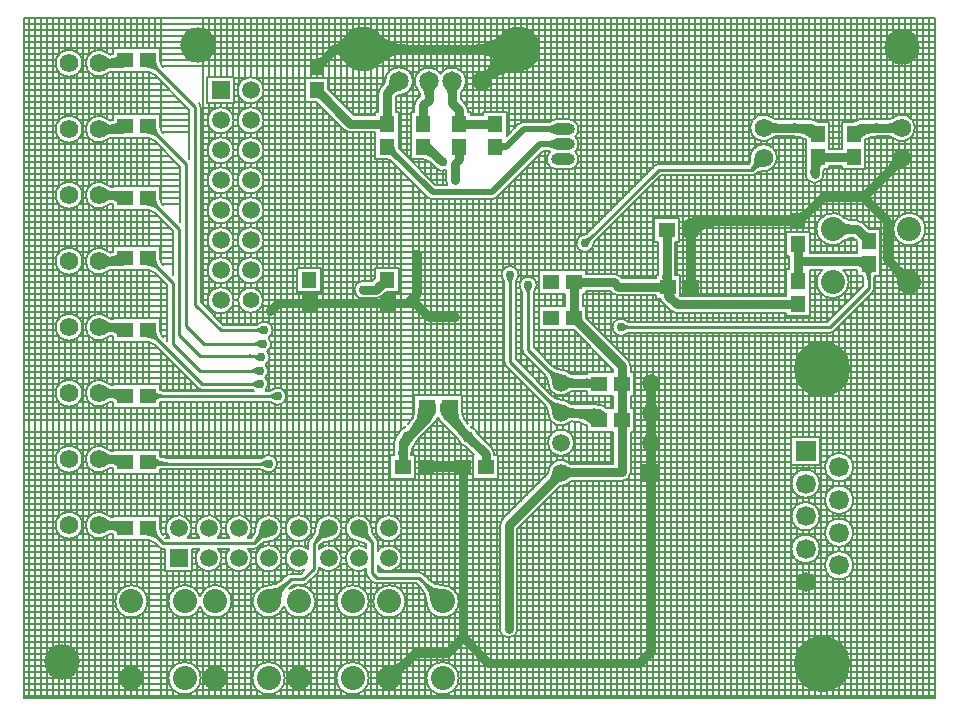
<source format=gbl>
%FSLAX25Y25*%
%MOIN*%
G70*
G01*
G75*
G04 Layer_Physical_Order=2*
G04 Layer_Color=16711680*
%ADD10C,0.01000*%
%ADD11C,0.03000*%
%ADD12C,0.02000*%
%ADD13C,0.00800*%
%ADD14R,0.00984X0.09843*%
%ADD15R,0.09843X0.00984*%
%ADD16R,0.05315X0.05118*%
%ADD17R,0.05118X0.05315*%
%ADD18R,0.20000X0.02000*%
%ADD19O,0.20000X0.02000*%
%ADD20R,0.13780X0.08465*%
%ADD21R,0.04331X0.08465*%
%ADD22R,0.04331X0.08465*%
%ADD23C,0.11811*%
%ADD24C,0.05906*%
%ADD25R,0.05906X0.05906*%
%ADD26C,0.06200*%
%ADD27C,0.08000*%
%ADD28O,0.07874X0.03937*%
%ADD29O,0.07874X0.03937*%
%ADD30C,0.03937*%
%ADD31C,0.03000*%
%ADD32C,0.06500*%
%ADD33C,0.15000*%
%ADD34C,0.05500*%
%ADD35C,0.05906*%
%ADD36R,0.05906X0.05906*%
%ADD37R,0.05906X0.05906*%
%ADD38C,0.06654*%
%ADD39R,0.06654X0.06654*%
%ADD40C,0.18740*%
D10*
X251293Y234793D02*
G03*
X249586Y235500I-1707J-1707D01*
G01*
D02*
G03*
X251293Y236207I0J2414D01*
G01*
X254293Y257293D02*
G03*
X252586Y258000I-1707J-1707D01*
G01*
D02*
G03*
X254293Y258707I0J2414D01*
G01*
X248293Y261293D02*
G03*
X246586Y262000I-1707J-1707D01*
G01*
D02*
G03*
X248293Y262707I0J2414D01*
G01*
Y265793D02*
G03*
X246586Y266500I-1707J-1707D01*
G01*
D02*
G03*
X248293Y267207I0J2414D01*
G01*
X248793Y270293D02*
G03*
X245879Y271500I-2914J-2914D01*
G01*
X249293Y274793D02*
G03*
X247586Y275500I-1707J-1707D01*
G01*
D02*
G03*
X249293Y276207I0J2414D01*
G01*
X249793Y279293D02*
G03*
X248086Y280000I-1707J-1707D01*
G01*
D02*
G03*
X249793Y280707I0J2414D01*
G01*
X307500Y189600D02*
G03*
X305732Y193868I-6036J0D01*
G01*
X306500Y189600D02*
G03*
X304025Y195575I-8450J0D01*
G01*
X305732Y193868D02*
G03*
X310000Y192100I4268J4268D01*
G01*
X304025Y195575D02*
G03*
X310000Y193100I5975J5975D01*
G01*
X252000Y192100D02*
G03*
X256268Y193868I0J6036D01*
G01*
X252000Y193100D02*
G03*
X257975Y195575I0J8450D01*
G01*
X256268Y193868D02*
G03*
X254500Y189600I4268J-4268D01*
G01*
X257975Y195575D02*
G03*
X255500Y189600I5975J-5975D01*
G01*
X252000Y212547D02*
G03*
X249520Y211520I0J-3507D01*
G01*
X252000Y211547D02*
G03*
X247813Y209813I0J-5922D01*
G01*
X249520Y211520D02*
G03*
X250547Y214000I-2480J2480D01*
G01*
X247813Y209813D02*
G03*
X249547Y214000I-4187J4187D01*
G01*
X272000Y212547D02*
G03*
X269520Y211520I0J-3507D01*
G01*
X272000Y211547D02*
G03*
X267813Y209813I0J-5922D01*
G01*
X269520Y211520D02*
G03*
X270547Y214000I-2480J2480D01*
G01*
X267813Y209813D02*
G03*
X269547Y214000I-4187J4187D01*
G01*
X283453D02*
G03*
X284480Y211520I3507J0D01*
G01*
X284453Y214000D02*
G03*
X286187Y209813I5922J0D01*
G01*
X284480Y211520D02*
G03*
X282000Y212547I-2480J-2480D01*
G01*
X286187Y209813D02*
G03*
X282000Y211547I-4187J-4187D01*
G01*
X212996Y370000D02*
G03*
X213815Y368024I2795J0D01*
G01*
X213996Y370000D02*
G03*
X215522Y366317I5209J0D01*
G01*
X215284Y366555D02*
G03*
X211937Y367941I-3347J-3347D01*
G01*
X212996Y348000D02*
G03*
X213815Y346024I2795J0D01*
G01*
X213996Y348000D02*
G03*
X215522Y344317I5209J0D01*
G01*
X215284Y344555D02*
G03*
X211937Y345941I-3347J-3347D01*
G01*
X212996Y324000D02*
G03*
X213815Y322024I2795J0D01*
G01*
X213996Y324000D02*
G03*
X215522Y320317I5209J0D01*
G01*
X215284Y320555D02*
G03*
X211937Y321941I-3347J-3347D01*
G01*
X212996Y304000D02*
G03*
X213815Y302024I2795J0D01*
G01*
X213996Y304000D02*
G03*
X215522Y300317I5209J0D01*
G01*
X215284Y300555D02*
G03*
X211937Y301941I-3347J-3347D01*
G01*
X212996Y280000D02*
G03*
X213815Y278024I2795J0D01*
G01*
X213996Y280000D02*
G03*
X215522Y276317I5209J0D01*
G01*
X215284Y276555D02*
G03*
X211937Y277941I-3347J-3347D01*
G01*
X213393Y259456D02*
G03*
X216908Y258000I3515J3515D01*
G01*
D02*
G03*
X213393Y256544I0J-4971D01*
G01*
X212686Y236749D02*
G03*
X215701Y235500I3015J3015D01*
G01*
X213393Y237456D02*
G03*
X218115Y235500I4722J4722D01*
G01*
X215701D02*
G03*
X213393Y234544I0J-3264D01*
G01*
X212996Y214000D02*
G03*
X213815Y212024I2795J0D01*
G01*
X213996Y214000D02*
G03*
X215522Y210317I5209J0D01*
G01*
X215284Y210555D02*
G03*
X211937Y211941I-3347J-3347D01*
G01*
X307500Y189600D02*
G03*
X305732Y193868I-6036J0D01*
G01*
X306500Y189600D02*
G03*
X304025Y195575I-8450J0D01*
G01*
X305732Y193868D02*
G03*
X310000Y192100I4268J4268D01*
G01*
X304025Y195575D02*
G03*
X310000Y193100I5975J5975D01*
G01*
X252000Y192100D02*
G03*
X256268Y193868I0J6036D01*
G01*
X252000Y193100D02*
G03*
X257975Y195575I0J8450D01*
G01*
X256268Y193868D02*
G03*
X254500Y189600I4268J-4268D01*
G01*
X257975Y195575D02*
G03*
X255500Y189600I5975J-5975D01*
G01*
X272000Y212547D02*
G03*
X269520Y211520I0J-3507D01*
G01*
X272000Y211547D02*
G03*
X267813Y209813I0J-5922D01*
G01*
X269520Y211520D02*
G03*
X270547Y214000I-2480J2480D01*
G01*
X267813Y209813D02*
G03*
X269547Y214000I-4187J4187D01*
G01*
X283453D02*
G03*
X284480Y211520I3507J0D01*
G01*
X284453Y214000D02*
G03*
X286187Y209813I5922J0D01*
G01*
X284480Y211520D02*
G03*
X282000Y212547I-2480J-2480D01*
G01*
X286187Y209813D02*
G03*
X282000Y211547I-4187J-4187D01*
G01*
X215284Y366555D02*
G03*
X211937Y367941I-3347J-3347D01*
G01*
X213996Y370000D02*
G03*
X215522Y366317I5209J0D01*
G01*
X212996Y370000D02*
G03*
X213815Y368024I2795J0D01*
G01*
X215284Y344555D02*
G03*
X211937Y345941I-3347J-3347D01*
G01*
X213996Y348000D02*
G03*
X215522Y344317I5209J0D01*
G01*
X212996Y348000D02*
G03*
X213815Y346024I2795J0D01*
G01*
X215284Y320555D02*
G03*
X211937Y321941I-3347J-3347D01*
G01*
X213996Y324000D02*
G03*
X215522Y320317I5209J0D01*
G01*
X212996Y324000D02*
G03*
X213815Y322024I2795J0D01*
G01*
X215284Y300555D02*
G03*
X211937Y301941I-3347J-3347D01*
G01*
X213996Y304000D02*
G03*
X215522Y300317I5209J0D01*
G01*
X212996Y304000D02*
G03*
X213815Y302024I2795J0D01*
G01*
X215284Y276555D02*
G03*
X211937Y277941I-3347J-3347D01*
G01*
X213996Y280000D02*
G03*
X215522Y276317I5209J0D01*
G01*
X212996Y280000D02*
G03*
X213815Y278024I2795J0D01*
G01*
X216908Y258000D02*
G03*
X213393Y256544I0J-4971D01*
G01*
Y259456D02*
G03*
X216908Y258000I3515J3515D01*
G01*
X215701Y235500D02*
G03*
X213393Y234544I0J-3264D01*
G01*
Y237456D02*
G03*
X218115Y235500I4722J4722D01*
G01*
X212686Y236749D02*
G03*
X215701Y235500I3015J3015D01*
G01*
X215284Y210555D02*
G03*
X211937Y211941I-3347J-3347D01*
G01*
X213996Y214000D02*
G03*
X215522Y210317I5209J0D01*
G01*
X212996Y214000D02*
G03*
X213815Y212024I2795J0D01*
G01*
X452000Y297092D02*
G03*
X450544Y300607I-4971J0D01*
G01*
X453456D02*
G03*
X452000Y297092I3515J-3515D01*
G01*
X304025Y195575D02*
G03*
X310000Y193100I5975J5975D01*
G01*
X305732Y193868D02*
G03*
X310000Y192100I4268J4268D01*
G01*
X306500Y189600D02*
G03*
X304025Y195575I-8450J0D01*
G01*
X307500Y189600D02*
G03*
X305732Y193868I-6036J0D01*
G01*
X257975Y195575D02*
G03*
X255500Y189600I5975J-5975D01*
G01*
X256268Y193868D02*
G03*
X254500Y189600I4268J-4268D01*
G01*
X252000Y193100D02*
G03*
X257975Y195575I0J8450D01*
G01*
X252000Y192100D02*
G03*
X256268Y193868I0J6036D01*
G01*
X247813Y209813D02*
G03*
X249547Y214000I-4187J4187D01*
G01*
X249520Y211520D02*
G03*
X250547Y214000I-2480J2480D01*
G01*
X252000Y211547D02*
G03*
X247813Y209813I0J-5922D01*
G01*
X252000Y212547D02*
G03*
X249520Y211520I0J-3507D01*
G01*
X267813Y209813D02*
G03*
X269547Y214000I-4187J4187D01*
G01*
X269520Y211520D02*
G03*
X270547Y214000I-2480J2480D01*
G01*
X272000Y211547D02*
G03*
X267813Y209813I0J-5922D01*
G01*
X272000Y212547D02*
G03*
X269520Y211520I0J-3507D01*
G01*
X286187Y209813D02*
G03*
X282000Y211547I-4187J-4187D01*
G01*
X284480Y211520D02*
G03*
X282000Y212547I-2480J-2480D01*
G01*
X284453Y214000D02*
G03*
X286187Y209813I5922J0D01*
G01*
X283453Y214000D02*
G03*
X284480Y211520I3507J0D01*
G01*
X413000Y333500D02*
G03*
X414408Y337302I-3432J3432D01*
G01*
X414539Y335039D02*
G03*
X415405Y337378I-2112J2112D01*
G01*
X416802Y334908D02*
G03*
X413000Y333500I-370J-4839D01*
G01*
X416878Y335905D02*
G03*
X414539Y335039I-228J-2978D01*
G01*
X345313Y256687D02*
G03*
X349500Y254953I4187J4187D01*
G01*
X347020Y254980D02*
G03*
X349500Y253953I2480J2480D01*
G01*
X347047Y252500D02*
G03*
X345313Y256687I-5922J0D01*
G01*
X348047Y252500D02*
G03*
X347020Y254980I-3507J0D01*
G01*
X345313Y266687D02*
G03*
X349500Y264953I4187J4187D01*
G01*
X347020Y264980D02*
G03*
X349500Y263953I2480J2480D01*
G01*
X347047Y262500D02*
G03*
X345313Y266687I-5922J0D01*
G01*
X348047Y262500D02*
G03*
X347020Y264980I-3507J0D01*
G01*
X371914Y281000D02*
G03*
X370207Y280293I0J-2414D01*
G01*
Y281707D02*
G03*
X371914Y281000I1707J1707D01*
G01*
X359207Y310707D02*
G03*
X358500Y309000I1707J-1707D01*
G01*
X357500Y310000D02*
G03*
X359207Y310707I0J2414D01*
G01*
X338500Y292586D02*
G03*
X337793Y294293I-2414J0D01*
G01*
X339207D02*
G03*
X338500Y292586I1707J-1707D01*
G01*
X249586Y235500D02*
G03*
X251293Y236207I0J2414D01*
G01*
Y234793D02*
G03*
X249586Y235500I-1707J-1707D01*
G01*
X252586Y258000D02*
G03*
X254293Y258707I0J2414D01*
G01*
Y257293D02*
G03*
X252586Y258000I-1707J-1707D01*
G01*
X246586Y262000D02*
G03*
X248293Y262707I0J2414D01*
G01*
Y261293D02*
G03*
X246586Y262000I-1707J-1707D01*
G01*
Y266500D02*
G03*
X248293Y267207I0J2414D01*
G01*
Y265793D02*
G03*
X246586Y266500I-1707J-1707D01*
G01*
X248793Y270293D02*
G03*
X245879Y271500I-2914J-2914D01*
G01*
X247586Y275500D02*
G03*
X249293Y276207I0J2414D01*
G01*
Y274793D02*
G03*
X247586Y275500I-1707J-1707D01*
G01*
X248086Y280000D02*
G03*
X249793Y280707I0J2414D01*
G01*
Y279293D02*
G03*
X248086Y280000I-1707J-1707D01*
G01*
X332500Y296086D02*
G03*
X331793Y297793I-2414J0D01*
G01*
X333207D02*
G03*
X332500Y296086I1707J-1707D01*
G01*
X236000Y280000D02*
X250500D01*
X230500Y275500D02*
X250000D01*
X224500Y281500D02*
X230500Y275500D01*
X249000Y271500D02*
X249500Y271000D01*
X229000Y271500D02*
X249000D01*
X222000Y278500D02*
X229000Y271500D01*
Y266500D02*
X249000D01*
X220000Y275500D02*
X229000Y266500D01*
X229839Y262000D02*
X249000D01*
X211839Y280000D02*
X229839Y262000D01*
X211839Y258000D02*
X255000D01*
X212339Y235500D02*
X252000D01*
X211839Y236000D02*
X212339Y235500D01*
X247000Y209000D02*
X252000Y214000D01*
X216839Y209000D02*
X247000D01*
X211839Y214000D02*
X216839Y209000D01*
X302100Y197500D02*
X310000Y189600D01*
X288000Y197500D02*
X302100D01*
X286500Y199000D02*
X288000Y197500D01*
X286500Y199000D02*
Y209500D01*
X282000Y214000D02*
X286500Y209500D01*
X211839Y370000D02*
X227500Y354339D01*
Y288500D02*
Y354339D01*
Y288500D02*
X236000Y280000D01*
X211839Y348000D02*
X224500Y335339D01*
X211839Y324000D02*
X222000Y313839D01*
X211839Y304000D02*
X220000Y295839D01*
X224500Y281500D02*
Y335339D01*
X222000Y278500D02*
Y313839D01*
X220000Y275500D02*
Y295839D01*
X338500Y273500D02*
X349500Y262500D01*
X338500Y273500D02*
Y295000D01*
X332500Y269500D02*
X349500Y252500D01*
X332500Y269500D02*
Y298500D01*
X357500Y309000D02*
X382000Y333500D01*
X413000D01*
X417000Y337500D01*
X369500Y281000D02*
X439000D01*
X452000Y294000D01*
Y302161D01*
X252000Y189600D02*
X259400Y197000D01*
X263500D01*
X267000Y200500D01*
Y209000D01*
X272000Y214000D01*
D11*
X292300Y166500D02*
G03*
X296568Y168268I0J6036D01*
G01*
X296568Y168268D02*
G03*
X294800Y164000I4268J-4268D01*
G01*
X196631Y216131D02*
G03*
X199363Y215000I2731J2731D01*
G01*
D02*
G03*
X196631Y213869I0J-3863D01*
G01*
Y238131D02*
G03*
X199363Y237000I2731J2731D01*
G01*
D02*
G03*
X196631Y235869I0J-3863D01*
G01*
Y260131D02*
G03*
X199363Y259000I2731J2731D01*
G01*
D02*
G03*
X196631Y257869I0J-3863D01*
G01*
Y282131D02*
G03*
X199363Y281000I2731J2731D01*
G01*
D02*
G03*
X196631Y279869I0J-3863D01*
G01*
Y304131D02*
G03*
X199363Y303000I2731J2731D01*
G01*
D02*
G03*
X196631Y301869I0J-3863D01*
G01*
Y326131D02*
G03*
X199363Y325000I2731J2731D01*
G01*
D02*
G03*
X196631Y323869I0J-3863D01*
G01*
Y348131D02*
G03*
X199363Y347000I2731J2731D01*
G01*
D02*
G03*
X196631Y345869I0J-3863D01*
G01*
Y370131D02*
G03*
X199363Y369000I2731J2731D01*
G01*
D02*
G03*
X196631Y367869I0J-3863D01*
G01*
X306587Y361763D02*
G03*
X305350Y358775I2987J-2987D01*
G01*
D02*
G03*
X304113Y361763I-4225J0D01*
G01*
X314437D02*
G03*
X313200Y358775I2987J-2987D01*
G01*
D02*
G03*
X311963Y361763I-4225J0D01*
G01*
X323060Y364750D02*
G03*
X326047Y365987I0J4225D01*
G01*
X326047Y365987D02*
G03*
X324810Y363000I2987J-2987D01*
G01*
X335200Y370700D02*
G03*
X327620Y367560I0J-10720D01*
G01*
X335200Y367700D02*
G03*
X322499Y362439I0J-17962D01*
G01*
X325976Y365916D02*
G03*
X329200Y373700I-7784J7784D01*
G01*
X330957Y369457D02*
G03*
X320715Y373700I-10243J-10243D01*
G01*
D02*
G03*
X330957Y377943I0J14485D01*
G01*
X287643D02*
G03*
X297885Y373700I10243J10243D01*
G01*
D02*
G03*
X287643Y369457I0J-14485D01*
G01*
X295500Y361250D02*
G03*
X292513Y360013I0J-4225D01*
G01*
X292513Y360013D02*
G03*
X293750Y363000I-2987J2987D01*
G01*
X298831Y244169D02*
G03*
X296661Y238930I5239J-5239D01*
G01*
X305202Y251202D02*
G03*
X306501Y254611I-3154J3154D01*
G01*
X300469Y246469D02*
G03*
X303506Y254439I-7373J7373D01*
G01*
X313186Y253751D02*
G03*
X312339Y251706I2046J-2046D01*
G01*
X310499Y254611D02*
G03*
X311798Y251202I4453J-256D01*
G01*
X313494Y254439D02*
G03*
X316531Y246469I10409J-598D01*
G01*
X307761Y338239D02*
G03*
X303500Y340004I-4261J-4261D01*
G01*
X199092Y369000D02*
G03*
X203314Y370749I0J5971D01*
G01*
X199092Y347000D02*
G03*
X203314Y348749I0J5971D01*
G01*
Y323251D02*
G03*
X199092Y325000I-4222J-4222D01*
G01*
Y303000D02*
G03*
X203314Y304749I0J5971D01*
G01*
Y279251D02*
G03*
X199092Y281000I-4222J-4222D01*
G01*
X203314Y257251D02*
G03*
X199092Y259000I-4222J-4222D01*
G01*
X203314Y235251D02*
G03*
X199092Y237000I-4222J-4222D01*
G01*
X203314Y213251D02*
G03*
X199092Y215000I-4222J-4222D01*
G01*
X306587Y361763D02*
G03*
X305350Y358775I2987J-2987D01*
G01*
D02*
G03*
X304113Y361763I-4225J0D01*
G01*
X314437D02*
G03*
X313200Y358775I2987J-2987D01*
G01*
D02*
G03*
X311963Y361763I-4225J0D01*
G01*
X323060Y364750D02*
G03*
X326047Y365987I0J4225D01*
G01*
X326047Y365987D02*
G03*
X324810Y363000I2987J-2987D01*
G01*
X335200Y370700D02*
G03*
X327620Y367560I0J-10720D01*
G01*
X335200Y367700D02*
G03*
X322499Y362439I0J-17962D01*
G01*
X325976Y365916D02*
G03*
X329200Y373700I-7784J7784D01*
G01*
X330957Y369457D02*
G03*
X320715Y373700I-10243J-10243D01*
G01*
D02*
G03*
X330957Y377943I0J14485D01*
G01*
X287643D02*
G03*
X297885Y373700I10243J10243D01*
G01*
D02*
G03*
X287643Y369457I0J-14485D01*
G01*
X295500Y361250D02*
G03*
X292513Y360013I0J-4225D01*
G01*
X292513Y360013D02*
G03*
X293750Y363000I-2987J2987D01*
G01*
X298831Y244169D02*
G03*
X296661Y238930I5239J-5239D01*
G01*
X305202Y251202D02*
G03*
X306501Y254611I-3154J3154D01*
G01*
X300469Y246469D02*
G03*
X303506Y254439I-7373J7373D01*
G01*
X313186Y253751D02*
G03*
X312339Y251706I2046J-2046D01*
G01*
X310499Y254611D02*
G03*
X311798Y251202I4453J-256D01*
G01*
X313494Y254439D02*
G03*
X316531Y246469I10409J-598D01*
G01*
X307761Y338239D02*
G03*
X303500Y340004I-4261J-4261D01*
G01*
X300469Y246469D02*
G03*
X303506Y254439I-7373J7373D01*
G01*
X305202Y251202D02*
G03*
X306501Y254611I-3154J3154D01*
G01*
X313494Y254439D02*
G03*
X316531Y246469I10409J-598D01*
G01*
X310499Y254611D02*
G03*
X311798Y251202I4453J-256D01*
G01*
X313186Y253751D02*
G03*
X312339Y251706I2046J-2046D01*
G01*
X307761Y338239D02*
G03*
X303500Y340004I-4261J-4261D01*
G01*
X434251Y344688D02*
G03*
X427463Y347500I-6788J-6788D01*
G01*
X435749Y336814D02*
G03*
X434000Y332592I4222J-4222D01*
G01*
X354996Y284000D02*
G03*
X355815Y282024I2795J0D01*
G01*
X291500Y295681D02*
G03*
X288896Y294603I0J-3682D01*
G01*
X361314Y249251D02*
G03*
X353471Y252500I-7843J-7843D01*
G01*
X363435Y251373D02*
G03*
X360713Y252500I-2722J-2722D01*
G01*
X361314Y261251D02*
G03*
X358299Y262500I-3015J-3015D01*
G01*
X268000Y368996D02*
G03*
X269976Y369815I0J2795D01*
G01*
Y358185D02*
G03*
X268000Y359004I-1976J-1976D01*
G01*
X392500Y297637D02*
G03*
X393489Y295249I3377J0D01*
G01*
X384661Y298026D02*
G03*
X385812Y295249I3928J0D01*
G01*
X386128Y293893D02*
G03*
X386451Y290211I2357J-1649D01*
G01*
X386009Y293751D02*
G03*
X385161Y291705I2046J-2046D01*
G01*
X392500Y310791D02*
G03*
X391688Y312751I-2772J0D01*
G01*
X401847Y316339D02*
G03*
X393186Y312751I0J-12248D01*
G01*
X394604Y316339D02*
G03*
X391065Y314873I0J-5006D01*
G01*
X199092Y369000D02*
G03*
X203314Y370749I0J5971D01*
G01*
X199092Y347000D02*
G03*
X203314Y348749I0J5971D01*
G01*
Y323251D02*
G03*
X199092Y325000I-4222J-4222D01*
G01*
Y303000D02*
G03*
X203314Y304749I0J5971D01*
G01*
Y279251D02*
G03*
X199092Y281000I-4222J-4222D01*
G01*
X203314Y257251D02*
G03*
X199092Y259000I-4222J-4222D01*
G01*
X203314Y235251D02*
G03*
X199092Y237000I-4222J-4222D01*
G01*
X203314Y213251D02*
G03*
X199092Y215000I-4222J-4222D01*
G01*
X450024Y311815D02*
G03*
X452000Y310996I1976J1976D01*
G01*
X451251Y301511D02*
G03*
X447656Y303000I-3595J-3595D01*
G01*
X428500Y317496D02*
G03*
X430476Y318315I0J2795D01*
G01*
X454537Y347500D02*
G03*
X447749Y344688I0J-9600D01*
G01*
X296568Y168268D02*
G03*
X294800Y164000I4268J-4268D01*
G01*
X292300Y166500D02*
G03*
X296568Y168268I0J6036D01*
G01*
X199363Y215000D02*
G03*
X196631Y213869I0J-3863D01*
G01*
Y216131D02*
G03*
X199363Y215000I2731J2731D01*
G01*
Y237000D02*
G03*
X196631Y235869I0J-3863D01*
G01*
Y238131D02*
G03*
X199363Y237000I2731J2731D01*
G01*
Y259000D02*
G03*
X196631Y257869I0J-3863D01*
G01*
Y260131D02*
G03*
X199363Y259000I2731J2731D01*
G01*
Y281000D02*
G03*
X196631Y279869I0J-3863D01*
G01*
Y282131D02*
G03*
X199363Y281000I2731J2731D01*
G01*
Y303000D02*
G03*
X196631Y301869I0J-3863D01*
G01*
Y304131D02*
G03*
X199363Y303000I2731J2731D01*
G01*
Y325000D02*
G03*
X196631Y323869I0J-3863D01*
G01*
Y326131D02*
G03*
X199363Y325000I2731J2731D01*
G01*
Y347000D02*
G03*
X196631Y345869I0J-3863D01*
G01*
Y348131D02*
G03*
X199363Y347000I2731J2731D01*
G01*
Y369000D02*
G03*
X196631Y367869I0J-3863D01*
G01*
Y370131D02*
G03*
X199363Y369000I2731J2731D01*
G01*
X459137Y347500D02*
G03*
X461869Y348631I0J3863D01*
G01*
Y346369D02*
G03*
X459137Y347500I-2731J-2731D01*
G01*
X460269Y334769D02*
G03*
X461400Y337500I-2731J2731D01*
G01*
X463000Y335900D02*
G03*
X460269Y334769I0J-3863D01*
G01*
X305350Y358775D02*
G03*
X304113Y361763I-4225J0D01*
G01*
X306587D02*
G03*
X305350Y358775I2987J-2987D01*
G01*
X313200D02*
G03*
X311963Y361763I-4225J0D01*
G01*
X314437D02*
G03*
X313200Y358775I2987J-2987D01*
G01*
X326047Y365987D02*
G03*
X324810Y363000I2987J-2987D01*
G01*
X323060Y364750D02*
G03*
X326047Y365987I0J4225D01*
G01*
X320715Y373700D02*
G03*
X330957Y377943I0J14485D01*
G01*
Y369457D02*
G03*
X320715Y373700I-10243J-10243D01*
G01*
X325976Y365916D02*
G03*
X329200Y373700I-7784J7784D01*
G01*
X335200Y367700D02*
G03*
X322499Y362439I0J-17962D01*
G01*
X335200Y370700D02*
G03*
X327620Y367560I0J-10720D01*
G01*
X273862Y373700D02*
G03*
X277992Y376298I0J4581D01*
G01*
Y371102D02*
G03*
X273862Y373700I-4130J-1984D01*
G01*
X297885D02*
G03*
X287643Y369457I0J-14485D01*
G01*
Y377943D02*
G03*
X297885Y373700I10243J10243D01*
G01*
X292513Y360013D02*
G03*
X293750Y363000I-2987J2987D01*
G01*
X295500Y361250D02*
G03*
X292513Y360013I0J-4225D01*
G01*
X298831Y244169D02*
G03*
X296661Y238930I5239J-5239D01*
G01*
X446035Y313700D02*
G03*
X441768Y311932I0J-6036D01*
G01*
Y315468D02*
G03*
X446035Y313700I4268J4268D01*
G01*
X461332Y300268D02*
G03*
X465600Y298500I4268J4268D01*
G01*
X463100Y296000D02*
G03*
X461332Y300268I-6036J0D01*
G01*
X420863Y347500D02*
G03*
X418131Y346369I0J-3863D01*
G01*
Y348631D02*
G03*
X420863Y347500I2731J2731D01*
G01*
X379500Y236007D02*
G03*
X380527Y233527I3507J0D01*
G01*
X378473D02*
G03*
X379500Y236007I-2480J2480D01*
G01*
Y228993D02*
G03*
X378473Y231473I-3507J0D01*
G01*
X380527D02*
G03*
X379500Y228993I2480J-2480D01*
G01*
Y246007D02*
G03*
X380527Y243527I3507J0D01*
G01*
X378473D02*
G03*
X379500Y246007I-2480J2480D01*
G01*
Y238993D02*
G03*
X378473Y241473I-3507J0D01*
G01*
X380527D02*
G03*
X379500Y238993I2480J-2480D01*
G01*
Y248993D02*
G03*
X378473Y251473I-3507J0D01*
G01*
X380527D02*
G03*
X379500Y248993I2480J-2480D01*
G01*
Y256007D02*
G03*
X380527Y253527I3507J0D01*
G01*
X378473D02*
G03*
X379500Y256007I-2480J2480D01*
G01*
Y258993D02*
G03*
X378473Y261473I-3507J0D01*
G01*
X380527D02*
G03*
X379500Y258993I2480J-2480D01*
G01*
X347020Y230020D02*
G03*
X348047Y232500I-2480J2480D01*
G01*
X349500Y231047D02*
G03*
X347020Y230020I0J-3507D01*
G01*
X353397Y232661D02*
G03*
X350527Y231473I0J-4058D01*
G01*
Y233527D02*
G03*
X352618Y232661I2090J2090D01*
G01*
X353007Y252500D02*
G03*
X350527Y251473I0J-3507D01*
G01*
Y253527D02*
G03*
X353007Y252500I2480J2480D01*
G01*
Y262500D02*
G03*
X350527Y261473I0J-3507D01*
G01*
Y263527D02*
G03*
X353007Y262500I2480J2480D01*
G01*
X332000Y180500D02*
Y215000D01*
X349500Y232500D01*
X349661Y232661D01*
X369839D01*
Y250000D01*
X392500Y294500D02*
X392839D01*
X379500Y252500D02*
Y262500D01*
Y242500D02*
Y252500D01*
Y232500D02*
Y242500D01*
X369839Y250000D02*
Y262000D01*
X359661Y252500D02*
X362161Y250000D01*
X349500Y252500D02*
X359661D01*
X349500Y262500D02*
X361661D01*
X362161Y262000D01*
X325323Y169000D02*
X345000D01*
X316661Y177661D02*
X325323Y169000D01*
X311500Y172500D02*
X316661Y177661D01*
X292300Y164000D02*
X300800Y172500D01*
X311500D01*
X316661Y177661D02*
Y234500D01*
X203161Y215000D02*
X204161Y214000D01*
X195500Y215000D02*
X203161D01*
Y237000D02*
X204161Y236000D01*
X195500Y237000D02*
X203161D01*
Y259000D02*
X204161Y258000D01*
X195500Y259000D02*
X203161D01*
Y281000D02*
X204161Y280000D01*
X195500Y281000D02*
X203161D01*
Y303000D02*
X204161Y304000D01*
X195500Y303000D02*
X203161D01*
Y325000D02*
X204161Y324000D01*
X195500Y325000D02*
X203161D01*
X195500Y347000D02*
X203161D01*
X204161Y348000D01*
X195500Y369000D02*
X203161D01*
X204161Y370000D01*
X312339Y250661D02*
X318500Y244500D01*
X312339Y250661D02*
Y254500D01*
X298500Y244500D02*
X304661Y250661D01*
Y254500D01*
X318500Y244500D02*
X324339Y238661D01*
Y234500D02*
Y238661D01*
X296661Y242661D02*
X298500Y244500D01*
X296661Y234500D02*
Y242661D01*
X304339Y234500D02*
X316661D01*
X304839Y341161D02*
X309250Y336750D01*
X303500Y341161D02*
X304839D01*
X313200Y355800D02*
Y363000D01*
Y355800D02*
X315500Y353500D01*
Y348839D02*
Y353500D01*
X305350Y356850D02*
Y363000D01*
X303500Y348839D02*
Y355000D01*
X305350Y356850D01*
X315500Y337000D02*
Y341161D01*
X314000Y335500D02*
X315500Y337000D01*
X314000Y330000D02*
Y335500D01*
X315500Y348839D02*
X327500D01*
X333760Y373700D02*
X335200D01*
X283400D02*
X333760D01*
X323060Y363000D02*
X333760Y373700D01*
X291500Y359000D02*
X295500Y363000D01*
X291500Y348839D02*
Y359000D01*
X353839Y284000D02*
Y296000D01*
Y284000D02*
X369839Y268000D01*
Y262000D02*
Y268000D01*
X265500Y289161D02*
X291500D01*
X252378Y286500D02*
X255039Y289161D01*
X265500D01*
X448139Y313700D02*
X452000Y309839D01*
X440000Y313700D02*
X448139D01*
X451161Y303000D02*
X452000Y302161D01*
X429000Y303000D02*
X451161D01*
X428500Y296339D02*
Y302500D01*
Y308661D01*
Y302500D02*
X429000Y303000D01*
X388000Y288661D02*
X428500D01*
X385161Y291500D02*
X388000Y288661D01*
X395177Y316339D02*
X428500D01*
X392339Y313500D02*
X395177Y316339D01*
X435000Y337661D02*
X447000D01*
X432839Y347500D02*
X435000Y345339D01*
X417000Y347500D02*
X432839D01*
X353839Y296000D02*
X367000D01*
X368500Y294500D01*
X385000D01*
X385161D01*
X384661Y295000D02*
Y313500D01*
X385161Y291500D02*
Y294500D01*
X384661Y295000D02*
X385161Y294500D01*
X392339Y313500D02*
X392500Y313339D01*
Y294839D02*
Y313339D01*
Y294839D02*
X392839Y294500D01*
X291500Y289161D02*
X298161D01*
X301500Y292500D01*
Y305500D01*
X298161Y289161D02*
X300839D01*
X305500Y284500D01*
X314000D01*
X379500Y173000D02*
Y232500D01*
X375500Y169000D02*
X379500Y173000D01*
X345000Y169000D02*
X375500D01*
X434000Y332000D02*
Y336661D01*
X435000Y337661D01*
X268000Y367839D02*
X273861Y373700D01*
X283400D01*
X268000Y360161D02*
X279323Y348839D01*
X291500D01*
X291132Y296839D02*
X291500D01*
X287794Y293500D02*
X291132Y296839D01*
X283500Y293500D02*
X287794D01*
X428500Y316339D02*
X436661Y324500D01*
X450000D01*
X463000Y337500D01*
X447000Y345339D02*
X449161Y347500D01*
X463000D01*
X458000Y303600D02*
X465600Y296000D01*
X458000Y303600D02*
Y316500D01*
X450000Y324500D02*
X458000Y316500D01*
D12*
X331161Y341161D02*
G03*
X328624Y340081I0J-3520D01*
G01*
Y342242D02*
G03*
X331161Y341161I2537J2439D01*
G01*
X294330Y338332D02*
G03*
X291500Y339504I-2829J-2829D01*
G01*
X293059Y341063D02*
G03*
X294092Y338569I3526J0D01*
G01*
X345693Y347000D02*
G03*
X347347Y347685I0J2338D01*
G01*
Y346315D02*
G03*
X345693Y347000I-1653J-1653D01*
G01*
X345693Y342000D02*
G03*
X347347Y342685I0J2338D01*
G01*
Y341315D02*
G03*
X345693Y342000I-1653J-1653D01*
G01*
X342500D02*
X350000D01*
X326500Y326000D02*
X342500Y342000D01*
X306661Y326000D02*
X326500D01*
X291500Y341161D02*
X306661Y326000D01*
X337000Y347000D02*
X350000D01*
X331161Y341161D02*
X337000Y347000D01*
X327500Y341161D02*
X331161D01*
D13*
X211700Y189600D02*
G03*
X211700Y189600I-5400J0D01*
G01*
X199266Y212095D02*
G03*
X198685Y211821I97J-958D01*
G01*
X199266Y212095D02*
G03*
X198685Y211821I97J-958D01*
G01*
X200104Y211929D02*
G03*
X199266Y212095I-1012J-2899D01*
G01*
X200104Y211929D02*
G03*
X199266Y212095I-1012J-2899D01*
G01*
X190000Y215000D02*
G03*
X190000Y215000I-4500J0D01*
G01*
X198685Y218179D02*
G03*
X198685Y211821I-3185J-3179D01*
G01*
Y218179D02*
G03*
X199363Y217900I678J684D01*
G01*
X198685Y218179D02*
G03*
X199363Y217900I678J684D01*
G01*
X215492Y207659D02*
G03*
X216839Y207100I1346J1341D01*
G01*
X215495Y207657D02*
G03*
X216839Y207100I1343J1343D01*
G01*
X213941Y209211D02*
G03*
X211937Y210041I-2004J-2004D01*
G01*
X213941Y209211D02*
G03*
X211937Y210041I-2004J-2004D01*
G01*
X215896Y214000D02*
G03*
X216865Y211660I3309J0D01*
G01*
X229400Y164000D02*
G03*
X229400Y164000I-5400J0D01*
G01*
X229150Y187976D02*
G03*
X239700Y189600I5150J1624D01*
G01*
X229150Y191224D02*
G03*
X229150Y187976I-5150J-1624D01*
G01*
X239700Y189600D02*
G03*
X229150Y191224I-5400J0D01*
G01*
X226353Y214000D02*
G03*
X218944Y210900I-4353J0D01*
G01*
X215896Y214000D02*
G03*
X216865Y211660I3309J0D01*
G01*
X225056Y210900D02*
G03*
X226353Y214000I-3056J3100D01*
G01*
X228944Y207100D02*
G03*
X236353Y204000I3056J-3100D01*
G01*
D02*
G03*
X235056Y207100I-4353J0D01*
G01*
X236353Y214000D02*
G03*
X228944Y210900I-4353J0D01*
G01*
X235056D02*
G03*
X236353Y214000I-3056J3100D01*
G01*
X190000Y237000D02*
G03*
X190000Y237000I-4500J0D01*
G01*
X200104Y233928D02*
G03*
X199266Y234095I-1012J-2899D01*
G01*
X200104Y233928D02*
G03*
X199266Y234095I-1012J-2899D01*
G01*
X198685Y240179D02*
G03*
X198685Y233821I-3185J-3179D01*
G01*
X199266Y234095D02*
G03*
X198685Y233821I97J-958D01*
G01*
X199266Y234095D02*
G03*
X198685Y233821I97J-958D01*
G01*
Y240179D02*
G03*
X199363Y239900I678J684D01*
G01*
X198685Y240179D02*
G03*
X199363Y239900I678J684D01*
G01*
X190000Y259000D02*
G03*
X190000Y259000I-4500J0D01*
G01*
X199266Y256095D02*
G03*
X198685Y255821I97J-958D01*
G01*
X199266Y256095D02*
G03*
X198685Y255821I97J-958D01*
G01*
X200104Y255928D02*
G03*
X199266Y256095I-1012J-2899D01*
G01*
X200104Y255928D02*
G03*
X199266Y256095I-1012J-2899D01*
G01*
X198685Y262179D02*
G03*
X198685Y255821I-3185J-3179D01*
G01*
Y262179D02*
G03*
X199363Y261900I678J684D01*
G01*
X198685Y262179D02*
G03*
X199363Y261900I678J684D01*
G01*
X215896Y237947D02*
G03*
X218115Y237400I2219J4232D01*
G01*
X215896Y237947D02*
G03*
X218115Y237400I2219J4232D01*
G01*
X215896Y260071D02*
G03*
X216908Y259900I1012J2899D01*
G01*
Y256100D02*
G03*
X215896Y255928I0J-3071D01*
G01*
X216908Y256100D02*
G03*
X215896Y255928I0J-3071D01*
G01*
Y260071D02*
G03*
X216908Y259900I1012J2899D01*
G01*
X228495Y260656D02*
G03*
X229839Y260100I1343J1343D01*
G01*
X228492Y260659D02*
G03*
X229839Y260100I1346J1341D01*
G01*
X257400Y164000D02*
G03*
X257400Y164000I-5400J0D01*
G01*
X252000Y195000D02*
G03*
X257150Y187976I0J-5400D01*
G01*
D02*
G03*
X267700Y189600I5150J1624D01*
G01*
X246353Y204000D02*
G03*
X245056Y207100I-4353J0D01*
G01*
X238944D02*
G03*
X246353Y204000I3056J-3100D01*
G01*
X247000Y207100D02*
G03*
X248343Y207657I0J1900D01*
G01*
X247000Y207100D02*
G03*
X248346Y207659I0J1900D01*
G01*
X252000Y195000D02*
G03*
X256625Y196912I0J6550D01*
G01*
X252000Y195000D02*
G03*
X256625Y196912I0J6550D01*
G01*
X252000Y195000D02*
G03*
X256625Y196912I0J6550D01*
G01*
X259312Y194225D02*
G03*
X258961Y193844I4638J-4625D01*
G01*
X267700Y189600D02*
G03*
X258961Y193844I-5400J0D01*
G01*
X259312Y194225D02*
G03*
X258961Y193844I4638J-4625D01*
G01*
X259312Y194225D02*
G03*
X258961Y193844I4638J-4625D01*
G01*
X259400Y198900D02*
G03*
X258054Y198341I0J-1900D01*
G01*
X259400Y198900D02*
G03*
X258056Y198344I0J-1900D01*
G01*
X285400Y164000D02*
G03*
X285400Y164000I-5400J0D01*
G01*
Y189600D02*
G03*
X285400Y189600I-5400J0D01*
G01*
X297700D02*
G03*
X297700Y189600I-5400J0D01*
G01*
X263500Y195100D02*
G03*
X264844Y195657I0J1900D01*
G01*
X263500Y195100D02*
G03*
X264846Y195659I0J1900D01*
G01*
X268341Y199154D02*
G03*
X268900Y200500I-1341J1346D01*
G01*
X268343Y199156D02*
G03*
X268900Y200500I-1343J1343D01*
G01*
Y200944D02*
G03*
X276353Y204000I3100J3056D01*
G01*
D02*
G03*
X268900Y207056I-4353J0D01*
G01*
X284600Y199000D02*
G03*
X285156Y197657I1900J0D01*
G01*
X286656Y196157D02*
G03*
X288000Y195600I1343J1343D01*
G01*
X284600Y199000D02*
G03*
X285159Y197654I1900J0D01*
G01*
X286654Y196159D02*
G03*
X288000Y195600I1346J1341D01*
G01*
X246469Y211156D02*
G03*
X247647Y213994I-2844J2844D01*
G01*
X246469Y211156D02*
G03*
X247647Y213994I-2844J2844D01*
G01*
X245056Y210900D02*
G03*
X246353Y214000I-3056J3100D01*
G01*
D02*
G03*
X238944Y210900I-4353J0D01*
G01*
X249947Y233452D02*
G03*
X249586Y233600I-362J-366D01*
G01*
X249947Y233452D02*
G03*
X249586Y233600I-362J-366D01*
G01*
X251993Y209647D02*
G03*
X249156Y208469I7J-4022D01*
G01*
X256353Y204000D02*
G03*
X256353Y204000I-4353J0D01*
G01*
X251993Y209647D02*
G03*
X249156Y208469I7J-4022D01*
G01*
X251993Y209647D02*
G03*
X256353Y214000I7J4353D01*
G01*
D02*
G03*
X247647Y213994I-4353J0D01*
G01*
X249949Y233449D02*
G03*
X254900Y235500I2051J2051D01*
G01*
X249586Y237400D02*
G03*
X249947Y237548I0J514D01*
G01*
X249586Y237400D02*
G03*
X249947Y237548I0J514D01*
G01*
X246947Y259951D02*
G03*
X246586Y260100I-362J-366D01*
G01*
X246947Y259951D02*
G03*
X246586Y260100I-362J-366D01*
G01*
X251000Y259900D02*
G03*
X251900Y262000I-2000J2100D01*
G01*
D02*
G03*
X250830Y264250I-2900J0D01*
G01*
X254900Y235500D02*
G03*
X249949Y237551I-2900J0D01*
G01*
X252947Y255951D02*
G03*
X252586Y256100I-362J-366D01*
G01*
X252947Y255951D02*
G03*
X252586Y256100I-362J-366D01*
G01*
Y259900D02*
G03*
X252947Y260049I0J514D01*
G01*
X252949Y255949D02*
G03*
X257900Y258000I2051J2051D01*
G01*
X252586Y259900D02*
G03*
X252947Y260049I0J514D01*
G01*
X257900Y258000D02*
G03*
X252949Y260051I-2900J0D01*
G01*
X265100Y207056D02*
G03*
X263894Y200081I-3100J-3056D01*
G01*
X271993Y209647D02*
G03*
X269156Y208469I7J-4022D01*
G01*
X271993Y209647D02*
G03*
X269156Y208469I7J-4022D01*
G01*
X271993Y209647D02*
G03*
X269156Y208469I7J-4022D01*
G01*
X266353Y214000D02*
G03*
X266353Y214000I-4353J0D01*
G01*
X265656Y210344D02*
G03*
X265100Y209000I1343J-1343D01*
G01*
X265659Y210346D02*
G03*
X265100Y209000I1341J-1346D01*
G01*
X266469Y211156D02*
G03*
X267647Y213994I-2844J2844D01*
G01*
X284600Y207491D02*
G03*
X284600Y200509I-2600J-3491D01*
G01*
Y208694D02*
G03*
X282007Y209647I-2600J-3068D01*
G01*
X284600Y208694D02*
G03*
X282007Y209647I-2600J-3068D01*
G01*
X284600Y208694D02*
G03*
X282007Y209647I-2600J-3068D01*
G01*
X271993D02*
G03*
X276353Y214000I7J4353D01*
G01*
X286353Y213994D02*
G03*
X287531Y211156I4022J7D01*
G01*
X286353Y214000D02*
G03*
X282007Y209647I-4353J0D01*
G01*
X288400Y209500D02*
G03*
X287843Y210843I-1900J0D01*
G01*
X288400Y209500D02*
G03*
X287841Y210846I-1900J0D01*
G01*
X296353Y214000D02*
G03*
X296353Y214000I-4353J0D01*
G01*
X266469Y211156D02*
G03*
X267647Y213994I-2844J2844D01*
G01*
X266469Y211156D02*
G03*
X267647Y213994I-2844J2844D01*
G01*
X286353D02*
G03*
X287531Y211156I4022J7D01*
G01*
X286353Y213994D02*
G03*
X287531Y211156I4022J7D01*
G01*
X276353Y214000D02*
G03*
X267647Y213994I-4353J0D01*
G01*
X190000Y281000D02*
G03*
X190000Y281000I-4500J0D01*
G01*
X199266Y278095D02*
G03*
X198685Y277821I97J-958D01*
G01*
X199266Y278095D02*
G03*
X198685Y277821I97J-958D01*
G01*
Y284179D02*
G03*
X198685Y277821I-3185J-3179D01*
G01*
Y284179D02*
G03*
X199363Y283900I678J684D01*
G01*
X198685Y284179D02*
G03*
X199363Y283900I678J684D01*
G01*
X190000Y303000D02*
G03*
X190000Y303000I-4500J0D01*
G01*
X198685Y306179D02*
G03*
X198685Y299821I-3185J-3179D01*
G01*
X199363Y300100D02*
G03*
X198685Y299821I0J-963D01*
G01*
Y306179D02*
G03*
X199266Y305905I678J684D01*
G01*
X199363Y300100D02*
G03*
X198685Y299821I0J-963D01*
G01*
Y306179D02*
G03*
X199266Y305905I678J684D01*
G01*
Y322095D02*
G03*
X198685Y321821I97J-958D01*
G01*
X199266Y322095D02*
G03*
X198685Y321821I97J-958D01*
G01*
X200104Y277928D02*
G03*
X199266Y278095I-1012J-2899D01*
G01*
X200104Y277928D02*
G03*
X199266Y278095I-1012J-2899D01*
G01*
X213941Y275211D02*
G03*
X211937Y276041I-2004J-2004D01*
G01*
X213941Y275211D02*
G03*
X211937Y276041I-2004J-2004D01*
G01*
X215896Y280000D02*
G03*
X216865Y277660I3309J0D01*
G01*
X215896Y280000D02*
G03*
X216865Y277660I3309J0D01*
G01*
X213941Y299211D02*
G03*
X211937Y300041I-2004J-2004D01*
G01*
X213941Y299211D02*
G03*
X211937Y300041I-2004J-2004D01*
G01*
X199266Y305905D02*
G03*
X200104Y306071I-174J3066D01*
G01*
X199266Y305905D02*
G03*
X200104Y306071I-174J3066D01*
G01*
Y321929D02*
G03*
X199266Y322095I-1012J-2899D01*
G01*
X200104Y321929D02*
G03*
X199266Y322095I-1012J-2899D01*
G01*
X215896Y304000D02*
G03*
X216865Y301660I3309J0D01*
G01*
X215896Y304000D02*
G03*
X216865Y301660I3309J0D01*
G01*
X213941Y319211D02*
G03*
X211937Y320041I-2004J-2004D01*
G01*
X213941Y319211D02*
G03*
X211937Y320041I-2004J-2004D01*
G01*
X215896Y324000D02*
G03*
X216865Y321660I3309J0D01*
G01*
X215896Y324000D02*
G03*
X216865Y321660I3309J0D01*
G01*
X190000Y325000D02*
G03*
X190000Y325000I-4500J0D01*
G01*
Y347000D02*
G03*
X190000Y347000I-4500J0D01*
G01*
X198685Y328179D02*
G03*
X198685Y321821I-3185J-3179D01*
G01*
Y328179D02*
G03*
X199363Y327900I678J684D01*
G01*
X198685Y328179D02*
G03*
X199363Y327900I678J684D01*
G01*
X198685Y350179D02*
G03*
X198685Y343821I-3185J-3179D01*
G01*
X199363Y344100D02*
G03*
X198685Y343821I0J-963D01*
G01*
X199363Y344100D02*
G03*
X198685Y343821I0J-963D01*
G01*
Y350179D02*
G03*
X199266Y349905I678J684D01*
G01*
X198685Y350179D02*
G03*
X199266Y349905I678J684D01*
G01*
X190000Y369000D02*
G03*
X190000Y369000I-4500J0D01*
G01*
X198685Y372179D02*
G03*
X198685Y365821I-3185J-3179D01*
G01*
X199363Y366100D02*
G03*
X198685Y365821I0J-963D01*
G01*
X199363Y366100D02*
G03*
X198685Y365821I0J-963D01*
G01*
Y372179D02*
G03*
X199266Y371905I678J684D01*
G01*
X198685Y372179D02*
G03*
X199266Y371905I678J684D01*
G01*
Y349905D02*
G03*
X200104Y350072I-174J3066D01*
G01*
X199266Y349905D02*
G03*
X200104Y350072I-174J3066D01*
G01*
X213941Y343211D02*
G03*
X211937Y344041I-2004J-2004D01*
G01*
X213941Y343211D02*
G03*
X211937Y344041I-2004J-2004D01*
G01*
X215896Y348000D02*
G03*
X216865Y345660I3309J0D01*
G01*
X215896Y348000D02*
G03*
X216865Y345660I3309J0D01*
G01*
X199266Y371905D02*
G03*
X200104Y372072I-174J3066D01*
G01*
X199266Y371905D02*
G03*
X200104Y372072I-174J3066D01*
G01*
X213941Y365211D02*
G03*
X211937Y366041I-2004J-2004D01*
G01*
X213941Y365211D02*
G03*
X211937Y366041I-2004J-2004D01*
G01*
X229400Y354339D02*
G03*
X228841Y355685I-1900J0D01*
G01*
X229400Y354339D02*
G03*
X228843Y355682I-1900J0D01*
G01*
X215896Y370000D02*
G03*
X216865Y367660I3309J0D01*
G01*
X215896Y370000D02*
G03*
X216865Y367660I3309J0D01*
G01*
X250150Y290000D02*
G03*
X250150Y290000I-4150J0D01*
G01*
X240353D02*
G03*
X240353Y290000I-4353J0D01*
G01*
Y300000D02*
G03*
X240353Y300000I-4353J0D01*
G01*
X250353D02*
G03*
X250353Y300000I-4353J0D01*
G01*
X240353Y310000D02*
G03*
X240353Y310000I-4353J0D01*
G01*
X250353D02*
G03*
X250353Y310000I-4353J0D01*
G01*
X240353Y320000D02*
G03*
X240353Y320000I-4353J0D01*
G01*
X250353D02*
G03*
X250353Y320000I-4353J0D01*
G01*
X251900Y266500D02*
G03*
X251051Y268550I-2900J0D01*
G01*
X250830Y264250D02*
G03*
X251900Y266500I-1830J2250D01*
G01*
X248086Y281900D02*
G03*
X248447Y282049I0J514D01*
G01*
X251051Y268550D02*
G03*
X252400Y271000I-1551J2450D01*
G01*
D02*
G03*
X251551Y273050I-2900J0D01*
G01*
D02*
G03*
X252900Y275500I-1551J2450D01*
G01*
D02*
G03*
X252051Y277550I-2900J0D01*
G01*
D02*
G03*
X253400Y280000I-1551J2450D01*
G01*
X248086Y281900D02*
G03*
X248447Y282049I0J514D01*
G01*
X253400Y280000D02*
G03*
X248449Y282051I-2900J0D01*
G01*
X287794Y290600D02*
G03*
X289844Y291449I0J2900D01*
G01*
X287794Y290600D02*
G03*
X289844Y291449I0J2900D01*
G01*
X283500Y296400D02*
G03*
X283500Y290600I0J-2900D01*
G01*
Y296400D02*
G03*
X283500Y290600I0J-2900D01*
G01*
X240353Y330000D02*
G03*
X240353Y330000I-4353J0D01*
G01*
X250353D02*
G03*
X250353Y330000I-4353J0D01*
G01*
X240353Y340000D02*
G03*
X240353Y340000I-4353J0D01*
G01*
Y350000D02*
G03*
X240353Y350000I-4353J0D01*
G01*
X250353Y340000D02*
G03*
X250353Y340000I-4353J0D01*
G01*
Y350000D02*
G03*
X250353Y350000I-4353J0D01*
G01*
Y360000D02*
G03*
X250353Y360000I-4353J0D01*
G01*
X277272Y346788D02*
G03*
X279323Y345939I2051J2051D01*
G01*
X277272Y346788D02*
G03*
X279323Y345939I2051J2051D01*
G01*
X288400Y201553D02*
G03*
X296353Y204000I3600J2447D01*
G01*
X304600Y189600D02*
G03*
X302688Y194225I-6550J0D01*
G01*
X304600Y189600D02*
G03*
X302688Y194225I-6550J0D01*
G01*
X304600Y189600D02*
G03*
X302688Y194225I-6550J0D01*
G01*
X303446Y198841D02*
G03*
X302100Y199400I-1346J-1341D01*
G01*
X303444Y198844D02*
G03*
X302100Y199400I-1343J-1343D01*
G01*
X296353Y204000D02*
G03*
X288400Y206447I-4353J0D01*
G01*
X294611Y244712D02*
G03*
X293761Y242661I2051J-2051D01*
G01*
X294611Y244712D02*
G03*
X293761Y242661I2051J-2051D01*
G01*
X300877Y242114D02*
G03*
X299561Y238930I3192J-3184D01*
G01*
X300877Y242114D02*
G03*
X299561Y238930I3192J-3184D01*
G01*
X300877Y242114D02*
G03*
X299561Y238930I3192J-3184D01*
G01*
X300882Y242118D02*
G03*
X301762Y243661I-2382J2382D01*
G01*
X315400Y164000D02*
G03*
X315400Y164000I-5400J0D01*
G01*
X304600Y189600D02*
G03*
X315400Y189600I5400J0D01*
G01*
X329100Y180500D02*
G03*
X334900Y180500I2900J0D01*
G01*
X329100D02*
G03*
X334900Y180500I2900J0D01*
G01*
X305375Y196912D02*
G03*
X310000Y195000I4625J4638D01*
G01*
X305375Y196912D02*
G03*
X310000Y195000I4625J4638D01*
G01*
X305375Y196912D02*
G03*
X310000Y195000I4625J4638D01*
G01*
X315400Y189600D02*
G03*
X310000Y195000I-5400J0D01*
G01*
X315238Y243661D02*
G03*
X317661Y241238I3262J839D01*
G01*
X327239Y238661D02*
G03*
X326389Y240712I-2900J0D01*
G01*
X327239Y238661D02*
G03*
X326389Y240712I-2900J0D01*
G01*
X329949Y217051D02*
G03*
X329100Y215000I2051J-2051D01*
G01*
X329949Y217051D02*
G03*
X329100Y215000I2051J-2051D01*
G01*
X349500Y228147D02*
G03*
X349073Y227972I0J-607D01*
G01*
X344972Y232073D02*
G03*
X345147Y232500I-432J427D01*
G01*
X349500Y228147D02*
G03*
X352578Y229422I0J4353D01*
G01*
X353397Y229761D02*
G03*
X352581Y229425I0J-1158D01*
G01*
X352578Y235578D02*
G03*
X345147Y232500I-3078J-3078D01*
G01*
X297661Y247762D02*
G03*
X295238Y245339I839J-3262D01*
G01*
X306712Y248611D02*
G03*
X306964Y248899I-2051J2051D01*
G01*
X306712Y248611D02*
G03*
X306964Y248899I-2051J2051D01*
G01*
D02*
G03*
X307252Y249151I-1763J2303D01*
G01*
X309748D02*
G03*
X310036Y248899I2051J2051D01*
G01*
X309748Y249151D02*
G03*
X310036Y248899I2051J2051D01*
G01*
X298418Y248519D02*
G03*
X300604Y253309I-5322J5322D01*
G01*
X298418Y248519D02*
G03*
X300604Y253309I-5322J5322D01*
G01*
X298418Y248519D02*
G03*
X300604Y253309I-5322J5322D01*
G01*
X306964Y248899D02*
G03*
X307252Y249151I-1763J2303D01*
G01*
X306964Y248899D02*
G03*
X307252Y249151I-1763J2303D01*
G01*
X309748D02*
G03*
X310036Y248899I2051J2051D01*
G01*
D02*
G03*
X310288Y248611I2303J1763D01*
G01*
X310036Y248899D02*
G03*
X310288Y248611I2303J1763D01*
G01*
X316396Y253309D02*
G03*
X318582Y248519I7508J533D01*
G01*
X321762Y245339D02*
G03*
X319339Y247762I-3262J-839D01*
G01*
X316396Y253309D02*
G03*
X318582Y248519I7508J533D01*
G01*
X316396Y253309D02*
G03*
X318582Y248519I7508J533D01*
G01*
X307252Y249151D02*
G03*
X308342Y250541I-5205J5205D01*
G01*
X307252Y249151D02*
G03*
X308342Y250541I-5205J5205D01*
G01*
X307252Y249151D02*
G03*
X308342Y250541I-5205J5205D01*
G01*
X308500Y250814D02*
G03*
X308658Y250541I6452J3542D01*
G01*
X308500Y250814D02*
G03*
X308658Y250541I6452J3542D01*
G01*
X308342D02*
G03*
X308500Y250814I-6295J3815D01*
G01*
X308342Y250541D02*
G03*
X308500Y250814I-6295J3815D01*
G01*
X308342Y250541D02*
G03*
X308500Y250814I-6295J3815D01*
G01*
D02*
G03*
X308658Y250541I6452J3542D01*
G01*
D02*
G03*
X309748Y249151I6295J3815D01*
G01*
X308658Y250541D02*
G03*
X309748Y249151I6295J3815D01*
G01*
X308658Y250541D02*
G03*
X309748Y249151I6295J3815D01*
G01*
X330600Y269500D02*
G03*
X331159Y268154I1900J0D01*
G01*
X330600Y269500D02*
G03*
X331156Y268157I1900J0D01*
G01*
X345147Y252500D02*
G03*
X343969Y255344I-4022J0D01*
G01*
X346656Y258031D02*
G03*
X349500Y256853I2844J2844D01*
G01*
X345147Y262500D02*
G03*
X343969Y265344I-4022J0D01*
G01*
X353853Y242500D02*
G03*
X353853Y242500I-4353J0D01*
G01*
X345147Y252500D02*
G03*
X352578Y249422I4353J0D01*
G01*
X353007Y249600D02*
G03*
X352578Y249422I0J-607D01*
G01*
X358104Y248164D02*
G03*
X353471Y249600I-4633J-6756D01*
G01*
X352578Y255578D02*
G03*
X349500Y256853I-3078J-3078D01*
G01*
X352578Y255578D02*
G03*
X353007Y255400I429J429D01*
G01*
X345147Y262500D02*
G03*
X352578Y259422I4353J0D01*
G01*
X353007Y259600D02*
G03*
X352578Y259422I0J-607D01*
G01*
X336600Y273500D02*
G03*
X337157Y272157I1900J0D01*
G01*
X336600Y273500D02*
G03*
X337159Y272154I1900J0D01*
G01*
X346656Y268031D02*
G03*
X349500Y266853I2844J2844D01*
G01*
X352578Y265578D02*
G03*
X349500Y266853I-3078J-3078D01*
G01*
X352578Y265578D02*
G03*
X353007Y265400I429J429D01*
G01*
X435735Y207095D02*
G03*
X435735Y207095I-4727J0D01*
G01*
Y218000D02*
G03*
X435735Y218000I-4727J0D01*
G01*
Y228906D02*
G03*
X435735Y228906I-4727J0D01*
G01*
X369839Y229761D02*
G03*
X372739Y232661I0J2900D01*
G01*
X369839Y229761D02*
G03*
X372739Y232661I0J2900D01*
G01*
X446916Y201642D02*
G03*
X446916Y201642I-4727J0D01*
G01*
Y212547D02*
G03*
X446916Y212547I-4727J0D01*
G01*
Y223453D02*
G03*
X446916Y223453I-4727J0D01*
G01*
Y234358D02*
G03*
X446916Y234358I-4727J0D01*
G01*
X360187Y255352D02*
G03*
X359661Y255400I-526J-2852D01*
G01*
X360187Y255352D02*
G03*
X359661Y255400I-526J-2852D01*
G01*
X364882Y253959D02*
G03*
X360713Y255400I-4168J-5309D01*
G01*
D02*
G03*
X360187Y255352I0J-2900D01*
G01*
X372739Y268000D02*
G03*
X371889Y270051I-2900J0D01*
G01*
X372739Y268000D02*
G03*
X371889Y270051I-2900J0D01*
G01*
X371551Y283051D02*
G03*
X371551Y278949I-2051J-2051D01*
G01*
X371914Y279100D02*
G03*
X371553Y278952I0J-514D01*
G01*
X439000Y279100D02*
G03*
X440344Y279657I0J1900D01*
G01*
X439000Y279100D02*
G03*
X440346Y279659I0J1900D01*
G01*
X291500Y292781D02*
G03*
X290948Y292553I0J-782D01*
G01*
X330600Y296086D02*
G03*
X330451Y296447I-514J0D01*
G01*
X335400Y298500D02*
G03*
X330449Y296449I-2900J0D01*
G01*
X336600Y292586D02*
G03*
X336452Y292947I-514J0D01*
G01*
X340548D02*
G03*
X340400Y292586I366J-362D01*
G01*
X334548Y296447D02*
G03*
X334400Y296086I366J-362D01*
G01*
X340551Y292949D02*
G03*
X341400Y295000I-2051J2051D01*
G01*
D02*
G03*
X336449Y292949I-2900J0D01*
G01*
X304964Y324303D02*
G03*
X306661Y323600I1697J1697D01*
G01*
X304964Y324303D02*
G03*
X306661Y323600I1697J1697D01*
G01*
X326500D02*
G03*
X328197Y324303I0J2400D01*
G01*
X326500Y323600D02*
G03*
X328197Y324303I0J2400D01*
G01*
X307199Y334699D02*
G03*
X307609Y334359I2051J2051D01*
G01*
D02*
G03*
X311100Y333317I2391J1641D01*
G01*
Y330000D02*
G03*
X311581Y328400I2900J0D01*
G01*
X311100Y330000D02*
G03*
X311581Y328400I2900J0D01*
G01*
X334551Y296449D02*
G03*
X335400Y298500I-2051J2051D01*
G01*
X371553Y283049D02*
G03*
X371914Y282900I362J366D01*
G01*
X366449Y292449D02*
G03*
X368500Y291600I2051J2051D01*
G01*
X366449Y292449D02*
G03*
X368500Y291600I2051J2051D01*
G01*
X385949Y286611D02*
G03*
X388000Y285761I2051J2051D01*
G01*
X385949Y286611D02*
G03*
X388000Y285761I2051J2051D01*
G01*
X382425Y290541D02*
G03*
X383111Y289449I2737J959D01*
G01*
X382425Y290541D02*
G03*
X383111Y289449I2737J959D01*
G01*
X369051Y298051D02*
G03*
X367000Y298900I-2051J-2051D01*
G01*
X369051Y298051D02*
G03*
X367000Y298900I-2051J-2051D01*
G01*
X360551Y309364D02*
G03*
X360400Y309000I364J-364D01*
G01*
X357500Y311900D02*
G03*
X357864Y312051I0J514D01*
G01*
X357500Y311900D02*
G03*
X360400Y309000I0J-2900D01*
G01*
X382000Y335400D02*
G03*
X380657Y334843I0J-1900D01*
G01*
X382000Y335400D02*
G03*
X380654Y334841I0J-1900D01*
G01*
X292630Y336638D02*
G03*
X291500Y337104I-1130J-1135D01*
G01*
X295459Y341063D02*
G03*
X295786Y340269I1126J0D01*
G01*
X305709Y336190D02*
G03*
X303500Y337104I-2209J-2212D01*
G01*
X305709Y336190D02*
G03*
X303500Y337104I-2209J-2212D01*
G01*
X305709Y336190D02*
G03*
X303500Y337104I-2209J-2212D01*
G01*
X289449Y361051D02*
G03*
X288600Y359000I2051J-2051D01*
G01*
X289449Y361051D02*
G03*
X288600Y359000I2051J-2051D01*
G01*
X290462Y362063D02*
G03*
X290850Y363000I-937J937D01*
G01*
X295500Y358350D02*
G03*
X294563Y357962I0J-1325D01*
G01*
X295500Y358350D02*
G03*
X294563Y357962I0J-1325D01*
G01*
X295500Y358350D02*
G03*
X294563Y357962I0J-1325D01*
G01*
X290462Y362063D02*
G03*
X290850Y363000I-937J937D01*
G01*
X290462Y362063D02*
G03*
X290850Y363000I-937J937D01*
G01*
X300150D02*
G03*
X290850Y363000I-4650J0D01*
G01*
X295500Y358350D02*
G03*
X300150Y363000I0J4650D01*
G01*
X301449Y357051D02*
G03*
X300600Y355000I2051J-2051D01*
G01*
X301449Y357051D02*
G03*
X300600Y355000I2051J-2051D01*
G01*
X302450Y358775D02*
G03*
X302065Y359709I-1325J0D01*
G01*
X302450Y358775D02*
G03*
X302065Y359709I-1325J0D01*
G01*
X302450Y358775D02*
G03*
X302065Y359709I-1325J0D01*
G01*
X309275Y365493D02*
G03*
X302062Y359712I-3925J-2493D01*
G01*
X317850Y363000D02*
G03*
X309275Y365493I-4650J0D01*
G01*
X345774Y339500D02*
G03*
X348031Y333631I2258J-2500D01*
G01*
X354226Y339500D02*
G03*
X355337Y342000I-2258J2500D01*
G01*
D02*
G03*
X354226Y344500I-3368J0D01*
G01*
X355337Y347000D02*
G03*
X351969Y350368I-3368J0D01*
G01*
X337000Y349400D02*
G03*
X335303Y348697I0J-2400D01*
G01*
X337000Y349400D02*
G03*
X335303Y348697I0J-2400D01*
G01*
X354226Y344500D02*
G03*
X355337Y347000I-2258J2500D01*
G01*
X351969Y333631D02*
G03*
X355337Y337000I0J3368D01*
G01*
D02*
G03*
X354226Y339500I-3368J0D01*
G01*
X318400Y353500D02*
G03*
X317551Y355551I-2900J0D01*
G01*
X318400Y353500D02*
G03*
X317551Y355551I-2900J0D01*
G01*
X316485Y359709D02*
G03*
X316100Y358775I940J-934D01*
G01*
X316485Y359709D02*
G03*
X316100Y358775I940J-934D01*
G01*
X316485Y359709D02*
G03*
X316100Y358775I940J-934D01*
G01*
X316488Y359712D02*
G03*
X317850Y363000I-3288J3288D01*
G01*
X348031Y350368D02*
G03*
X345668Y349400I0J-3368D01*
G01*
X436486Y300100D02*
G03*
X445400Y296000I3514J-4100D01*
G01*
X443818Y317518D02*
G03*
X443818Y309882I-3818J-3818D01*
G01*
X431100Y332000D02*
G03*
X436900Y332000I2900J0D01*
G01*
X431100D02*
G03*
X436900Y332000I2900J0D01*
G01*
X445400Y296000D02*
G03*
X443514Y300100I-5400J0D01*
G01*
X448041Y300066D02*
G03*
X447656Y300100I-385J-2150D01*
G01*
X453341Y292654D02*
G03*
X453900Y294000I-1341J1346D01*
G01*
X453343Y292656D02*
G03*
X453900Y294000I-1343J1343D01*
G01*
X450100Y297092D02*
G03*
X449929Y298104I-3071J0D01*
G01*
X454072D02*
G03*
X453900Y297092I2899J-1012D01*
G01*
X446035Y310800D02*
G03*
X443823Y309886I0J-3136D01*
G01*
Y317514D02*
G03*
X446035Y316600I2213J2222D01*
G01*
X450189Y315751D02*
G03*
X448139Y316600I-2051J-2051D01*
G01*
X450189Y315751D02*
G03*
X448139Y316600I-2051J-2051D01*
G01*
X471000Y313700D02*
G03*
X471000Y313700I-5400J0D01*
G01*
X413000Y331600D02*
G03*
X414344Y332156I0J1900D01*
G01*
X412093Y335400D02*
G03*
X412522Y336932I-2525J1532D01*
G01*
X413000Y331600D02*
G03*
X414346Y332159I0J1900D01*
G01*
X416651Y333014D02*
G03*
X414344Y332157I-219J-2945D01*
G01*
X416657Y333013D02*
G03*
X421500Y337500I343J4487D01*
G01*
D02*
G03*
X412513Y337157I-4500J0D01*
G01*
X420863Y344600D02*
G03*
X420185Y344321I0J-963D01*
G01*
Y350679D02*
G03*
X420185Y344321I-3185J-3179D01*
G01*
Y350679D02*
G03*
X420863Y350400I678J684D01*
G01*
X431041Y343565D02*
G03*
X427463Y344600I-3578J-5665D01*
G01*
X434889Y349551D02*
G03*
X432839Y350400I-2051J-2051D01*
G01*
X434889Y349551D02*
G03*
X432839Y350400I-2051J-2051D01*
G01*
X437072Y333604D02*
G03*
X436900Y332592I2899J-1012D01*
G01*
X449161Y350400D02*
G03*
X447111Y349551I0J-2900D01*
G01*
X449161Y350400D02*
G03*
X447111Y349551I0J-2900D01*
G01*
X454537Y344600D02*
G03*
X450959Y343565I0J-6700D01*
G01*
X459815Y344321D02*
G03*
X459137Y344600I-678J-684D01*
G01*
X459815Y344321D02*
G03*
X467500Y347500I3185J3179D01*
G01*
X459137Y350400D02*
G03*
X459815Y350679I0J963D01*
G01*
X467500Y347500D02*
G03*
X459815Y350679I-4500J0D01*
G01*
X170500Y188000D02*
X201143D01*
X170500Y186000D02*
X202275D01*
X170500Y190000D02*
X200915D01*
X170500Y192000D02*
X201463D01*
X202000Y157500D02*
Y186334D01*
X204000Y157500D02*
Y184714D01*
X202000Y192867D02*
Y210041D01*
X170500Y194000D02*
X203169D01*
X204000Y194486D02*
Y210041D01*
X188000Y157500D02*
Y211258D01*
X190000Y157500D02*
Y215000D01*
X182000Y157500D02*
Y212172D01*
X186000Y157500D02*
Y210528D01*
X184000Y157500D02*
Y210757D01*
X198000Y157500D02*
Y211258D01*
X200000Y157500D02*
Y211963D01*
X192000Y157500D02*
Y212172D01*
X196000Y157500D02*
Y210528D01*
X194000Y157500D02*
Y210757D01*
X170500Y162000D02*
X218984D01*
X170500Y160000D02*
X220372D01*
X170500Y164000D02*
X218600D01*
X170500Y166000D02*
X218984D01*
X170500Y168000D02*
X220372D01*
X206000Y157500D02*
Y184208D01*
X208000Y157500D02*
Y184475D01*
X210000Y157500D02*
Y185667D01*
X210325Y186000D02*
X219975D01*
X211457Y188000D02*
X218843D01*
X208000Y194725D02*
Y210041D01*
X206000Y194992D02*
Y210041D01*
X170500Y200000D02*
X217647D01*
X170500Y202000D02*
X217647D01*
X212000Y157500D02*
Y210040D01*
X211685Y190000D02*
X218615D01*
X210000Y193533D02*
Y210041D01*
X211137Y192000D02*
X219163D01*
X209431Y194000D02*
X220869D01*
X170500Y212000D02*
X182146D01*
X170500Y214000D02*
X181113D01*
X188854Y212000D02*
X192146D01*
X189887Y214000D02*
X191112D01*
X200104Y210041D02*
Y211929D01*
X198935Y212000D02*
X199869D01*
X170500Y216000D02*
X181113D01*
X170500Y218000D02*
X182146D01*
X189887Y216000D02*
X191112D01*
X188854Y218000D02*
X192146D01*
X199363Y217900D02*
X200104D01*
X202000Y217959D02*
Y232041D01*
X170500Y206000D02*
X217647D01*
X170500Y204000D02*
X217647D01*
X200104Y210041D02*
X207781D01*
X170500Y208000D02*
X215152D01*
X170500Y210000D02*
X212417D01*
X207781Y210041D02*
X208219D01*
X214183Y208969D02*
X215492Y207659D01*
X208219Y210041D02*
X211937D01*
X200104Y217959D02*
X207781D01*
Y210041D02*
X208219D01*
X207781Y217959D02*
X208219D01*
X207781D02*
X208219D01*
X198935Y218000D02*
X220284D01*
X208219Y217959D02*
X215896D01*
Y214000D02*
X217647D01*
X220000Y157500D02*
Y160372D01*
X222000Y157500D02*
Y158984D01*
X220000Y167628D02*
Y185972D01*
X222000Y169016D02*
Y184584D01*
X224000Y157500D02*
Y158600D01*
X226000Y157500D02*
Y158984D01*
X224000Y169400D02*
Y184200D01*
X228000Y157500D02*
Y160372D01*
X226000Y169016D02*
Y184584D01*
X216000Y157500D02*
Y207295D01*
X218000Y157500D02*
Y199647D01*
X217647D02*
Y207100D01*
Y199647D02*
X226353D01*
X220000Y193228D02*
Y199647D01*
X222000Y194616D02*
Y199647D01*
X228000Y193228D02*
Y202284D01*
X224000Y195000D02*
Y199647D01*
X226000Y194616D02*
Y199647D01*
X226353D02*
Y207100D01*
X228000Y167628D02*
Y185972D01*
X228837Y192000D02*
X229463D01*
X228025Y186000D02*
X230275D01*
X236000Y157500D02*
Y184475D01*
X238000Y157500D02*
Y185667D01*
X230000Y157500D02*
Y186334D01*
X234000Y157500D02*
Y184208D01*
X232000Y157500D02*
Y184714D01*
X230000Y192867D02*
Y200134D01*
X227131Y194000D02*
X231170D01*
X232000Y194486D02*
Y199647D01*
X240000Y157500D02*
Y200134D01*
X242000Y157500D02*
Y199647D01*
X234000Y194992D02*
Y200134D01*
X238000Y193533D02*
Y202284D01*
X236000Y194725D02*
Y202284D01*
X216839Y207100D02*
X217647D01*
X217626Y210900D02*
X218944D01*
X216569Y212000D02*
X218134D01*
X225056Y210900D02*
X228944D01*
X225866Y212000D02*
X228134D01*
X226353Y204000D02*
X227647D01*
X226353Y202000D02*
X228134D01*
X228000Y205716D02*
Y207100D01*
X226353Y206000D02*
X228134D01*
X226353Y207100D02*
X228944D01*
X218000Y210900D02*
Y212283D01*
X215896Y214000D02*
Y217959D01*
Y216000D02*
X218134D01*
X226000Y210900D02*
Y212283D01*
X226353Y214000D02*
X227647D01*
X228000Y210900D02*
Y212283D01*
X225866Y216000D02*
X228134D01*
X226353Y200000D02*
X230283D01*
X233717D02*
X240283D01*
X235056Y207100D02*
X238944D01*
X236353Y204000D02*
X237647D01*
X235866Y202000D02*
X238134D01*
X236000Y205716D02*
Y207100D01*
X235866Y206000D02*
X238134D01*
X238000Y205716D02*
Y207100D01*
X235056Y210900D02*
X238944D01*
X223716Y218000D02*
X230283D01*
X233717D02*
X240283D01*
X236000Y210900D02*
Y212283D01*
X238000Y210900D02*
Y212283D01*
X236353Y214000D02*
X237647D01*
X235866Y212000D02*
X238134D01*
X235866Y216000D02*
X238134D01*
X182000Y217828D02*
Y234172D01*
X170500Y234000D02*
X182146D01*
X170500Y238000D02*
X181113D01*
X170500Y236000D02*
X181113D01*
X188000Y218742D02*
Y233258D01*
X190000Y215000D02*
Y237000D01*
X184000Y219243D02*
Y232757D01*
X186000Y219472D02*
Y232528D01*
X189887Y236000D02*
X191112D01*
X176000Y157500D02*
Y384000D01*
X178000Y157500D02*
Y384000D01*
X170500Y157500D02*
Y384000D01*
X174000Y157500D02*
Y384000D01*
X172000Y157500D02*
Y384000D01*
X180000Y157500D02*
Y384000D01*
X182000Y239828D02*
Y256172D01*
X189887Y238000D02*
X191112D01*
X190000Y237000D02*
Y259000D01*
X194000Y219243D02*
Y232757D01*
X198000Y218742D02*
Y233258D01*
X188854Y234000D02*
X192146D01*
X196000Y219472D02*
Y232528D01*
X198935Y234000D02*
X199869D01*
X200000Y217900D02*
Y233963D01*
X200104Y232041D02*
Y233928D01*
Y232041D02*
X207781D01*
X192000Y217828D02*
Y234172D01*
Y239828D02*
Y256172D01*
X200000Y239900D02*
Y255963D01*
X199363Y239900D02*
X200104D01*
Y239959D02*
X207781D01*
X170500Y240000D02*
X182146D01*
X184000Y241243D02*
Y254757D01*
X170500Y258000D02*
X181113D01*
X186000Y241472D02*
Y254528D01*
X170500Y256000D02*
X182146D01*
X188000Y240742D02*
Y255258D01*
X188854Y240000D02*
X192146D01*
X189887Y258000D02*
X191112D01*
X194000Y241243D02*
Y254757D01*
X188854Y256000D02*
X192146D01*
X170500Y260000D02*
X181113D01*
X182000Y261828D02*
Y278172D01*
X170500Y262000D02*
X182146D01*
X184000Y263243D02*
Y276757D01*
X190000Y259000D02*
Y281000D01*
X189887Y260000D02*
X191112D01*
X188000Y262742D02*
Y277258D01*
X188854Y262000D02*
X192146D01*
X192000Y261828D02*
Y278172D01*
X196000Y241472D02*
Y254528D01*
X198000Y240742D02*
Y255258D01*
X198935Y256000D02*
X199869D01*
X200104Y254041D02*
Y255928D01*
X202000Y239959D02*
Y254041D01*
X200104D02*
X207781D01*
X198000Y262742D02*
Y277258D01*
X198935Y262000D02*
X227152D01*
X200000Y261900D02*
Y277963D01*
X199363Y261900D02*
X200104D01*
X202000Y261959D02*
Y276041D01*
X200104Y261959D02*
X207781D01*
X204000D02*
Y276041D01*
Y217959D02*
Y232041D01*
X206000Y217959D02*
Y232041D01*
X207781D02*
X208219D01*
X207781D02*
X208219D01*
X208000Y217959D02*
Y232041D01*
X210000Y217959D02*
Y232041D01*
X212000Y217959D02*
Y232041D01*
X208219D02*
X215896D01*
X214000Y217959D02*
Y232041D01*
X215896D02*
Y233600D01*
X216000Y213177D02*
Y233600D01*
X215896D02*
X218115D01*
X218000Y215717D02*
Y233600D01*
X220000Y217866D02*
Y233600D01*
Y237400D02*
Y256100D01*
X224000Y217866D02*
Y233600D01*
X222000Y218353D02*
Y233600D01*
X226000Y215717D02*
Y233600D01*
X228000Y215717D02*
Y233600D01*
X230000Y217866D02*
Y233600D01*
X234000Y217866D02*
Y233600D01*
X232000Y218353D02*
Y233600D01*
X236000Y215717D02*
Y233600D01*
X238000Y215717D02*
Y233600D01*
X240000Y217866D02*
Y233600D01*
X244000Y217866D02*
Y233600D01*
X242000Y218353D02*
Y233600D01*
X232000Y237400D02*
Y256100D01*
X234000Y237400D02*
Y256100D01*
X226000Y237400D02*
Y256100D01*
X230000Y237400D02*
Y256100D01*
X228000Y237400D02*
Y256100D01*
X242000Y237400D02*
Y256100D01*
X244000Y237400D02*
Y256100D01*
X236000Y237400D02*
Y256100D01*
X240000Y237400D02*
Y256100D01*
X238000Y237400D02*
Y256100D01*
X204000Y239959D02*
Y254041D01*
X206000Y239959D02*
Y254041D01*
X207781D02*
X208219D01*
X207781Y239959D02*
X208219D01*
X207781D02*
X208219D01*
X208000D02*
Y254041D01*
X210000Y239959D02*
Y254041D01*
X207781D02*
X208219D01*
X215896D01*
X212000Y239959D02*
Y254041D01*
X208000Y261959D02*
Y276041D01*
X208219Y261959D02*
X215896D01*
X206000D02*
Y276041D01*
X207781Y261959D02*
X208219D01*
X207781D02*
X208219D01*
X214000Y239959D02*
Y254041D01*
X215896D02*
Y255928D01*
X210000Y261959D02*
Y276041D01*
X215896Y260071D02*
Y261959D01*
X212000D02*
Y276040D01*
X208219Y239959D02*
X215896D01*
Y237947D02*
Y239959D01*
X222000Y237400D02*
Y256100D01*
X224000Y237400D02*
Y256100D01*
X216000Y237894D02*
Y255963D01*
X218000Y237401D02*
Y256100D01*
X220000Y259900D02*
Y269152D01*
X222000Y259900D02*
Y267152D01*
X216000Y260037D02*
Y273152D01*
X218000Y259900D02*
Y271152D01*
X214183Y274969D02*
X228492Y260659D01*
X224000Y259900D02*
Y265152D01*
X226000Y259900D02*
Y263152D01*
X228000Y259900D02*
Y261152D01*
X229016Y162000D02*
X246984D01*
X227628Y160000D02*
X248372D01*
X229400Y164000D02*
X246600D01*
X229016Y166000D02*
X246984D01*
X254000Y157500D02*
Y158984D01*
X256000Y157500D02*
Y160372D01*
X248000Y157500D02*
Y160372D01*
X252000Y157500D02*
Y158600D01*
X250000Y157500D02*
Y158984D01*
X244000Y157500D02*
Y200134D01*
X246000Y157500D02*
Y202284D01*
X239458Y188000D02*
X246843D01*
X227628Y168000D02*
X248372D01*
X238325Y186000D02*
X247975D01*
X248000Y167628D02*
Y185972D01*
X256000Y167628D02*
Y185972D01*
X250000Y169016D02*
Y184584D01*
X252000Y169400D02*
Y184200D01*
X254000Y169016D02*
Y184584D01*
X170500Y158000D02*
X474000D01*
X170500Y157500D02*
X474000D01*
X170500Y170000D02*
X474000D01*
X170500Y172000D02*
X474000D01*
X257016Y162000D02*
X274984D01*
X255628Y160000D02*
X276372D01*
X257400Y164000D02*
X274600D01*
X257016Y166000D02*
X274984D01*
X255628Y168000D02*
X276372D01*
X170500Y176000D02*
X474000D01*
X170500Y174000D02*
X474000D01*
X170500Y182000D02*
X329100D01*
X170500Y178000D02*
X330530D01*
X170500Y180000D02*
X329143D01*
X258000Y157500D02*
Y186334D01*
X170500Y184000D02*
X329100D01*
X256025Y186000D02*
X258275D01*
X239685Y190000D02*
X246615D01*
X239137Y192000D02*
X247163D01*
X237431Y194000D02*
X248869D01*
X170500Y196000D02*
X255478D01*
X243717Y200000D02*
X250284D01*
X248000Y193228D02*
Y202284D01*
X250000Y194616D02*
Y200134D01*
X245866Y202000D02*
X248134D01*
X252000Y195000D02*
Y199647D01*
X254000Y195313D02*
Y200134D01*
X246000Y205716D02*
Y207100D01*
X245866Y206000D02*
X248134D01*
X245056Y207100D02*
X247000D01*
X246353Y204000D02*
X247647D01*
X248000Y205716D02*
Y207384D01*
X248687Y208000D02*
X250284D01*
X170500Y198000D02*
X257713D01*
X256636Y196923D02*
X258054Y198341D01*
X259323Y194236D02*
X260187Y195100D01*
X256000Y196363D02*
Y202284D01*
X253716Y200000D02*
X260283D01*
X255866Y202000D02*
X258134D01*
X255866Y206000D02*
X258134D01*
X253716Y208000D02*
X260283D01*
X258000Y198287D02*
Y202284D01*
X256353Y204000D02*
X257647D01*
X259400Y198900D02*
X262713D01*
X264000Y157500D02*
Y184475D01*
X266000Y157500D02*
Y185667D01*
X260000Y157500D02*
Y184714D01*
X262000Y157500D02*
Y184208D01*
X278000Y157500D02*
Y158984D01*
X280000Y157500D02*
Y158600D01*
X276000Y157500D02*
Y160372D01*
X280000Y169400D02*
Y184200D01*
X278000Y169016D02*
Y184584D01*
X268000Y157500D02*
Y198813D01*
X266325Y186000D02*
X275975D01*
X267685Y190000D02*
X274615D01*
X267458Y188000D02*
X274843D01*
X267137Y192000D02*
X275163D01*
X270000Y157500D02*
Y200134D01*
X272000Y157500D02*
Y199647D01*
X274000Y157500D02*
Y200134D01*
X276000Y167628D02*
Y185972D01*
Y193228D02*
Y202284D01*
X282000Y157500D02*
Y158984D01*
Y169016D02*
Y184584D01*
X283628Y160000D02*
X306372D01*
X283628Y168000D02*
X306372D01*
X284000Y157500D02*
Y160372D01*
X285016Y162000D02*
X304984D01*
X284000Y167628D02*
Y185972D01*
X285400Y164000D02*
X304600D01*
X285016Y166000D02*
X304984D01*
X284025Y186000D02*
X288275D01*
X284000Y193228D02*
Y200134D01*
X285157Y188000D02*
X287142D01*
X284837Y192000D02*
X287463D01*
X286000Y157500D02*
Y196813D01*
X288000Y157500D02*
Y186334D01*
X285385Y190000D02*
X286915D01*
X288000Y192867D02*
Y195600D01*
X260000Y194486D02*
Y194913D01*
X260187Y195100D02*
X263500D01*
X262000Y198900D02*
Y199647D01*
X266000Y193533D02*
Y196813D01*
X265430Y194000D02*
X276870D01*
X264000Y194725D02*
Y195167D01*
X264846Y195659D02*
X268341Y199154D01*
X268833Y200000D02*
X270284D01*
X260000Y198900D02*
Y200134D01*
X262713Y198900D02*
X263894Y200081D01*
X263717Y208000D02*
X265100D01*
X268900Y200500D02*
Y200944D01*
Y207056D02*
Y208213D01*
Y208000D02*
X270284D01*
X282000Y194616D02*
Y199647D01*
X283131Y194000D02*
X289170D01*
X267187Y198000D02*
X284885D01*
X265187Y196000D02*
X286834D01*
X288000Y195600D02*
X301313D01*
X285159Y197654D02*
X286654Y196159D01*
X275866Y202000D02*
X278134D01*
X273716Y200000D02*
X280283D01*
X276353Y204000D02*
X277647D01*
X275866Y206000D02*
X278134D01*
X273716Y208000D02*
X280283D01*
X278000Y194616D02*
Y202284D01*
X280000Y195000D02*
Y200134D01*
X283717Y208000D02*
X284600D01*
X283717Y200000D02*
X284600D01*
Y199000D02*
Y200509D01*
X246000Y210900D02*
Y212283D01*
X245056Y210900D02*
X246213D01*
X246465Y211152D01*
X245866Y212000D02*
X247115D01*
X248346Y207659D02*
X249152Y208465D01*
X250000Y207866D02*
Y209115D01*
X246353Y214000D02*
X247647D01*
X245866Y216000D02*
X248134D01*
X243717Y218000D02*
X250284D01*
X218115Y233600D02*
X249586D01*
X246000Y215717D02*
Y233600D01*
X248000Y215717D02*
Y233600D01*
X250000Y217866D02*
Y233400D01*
X252000Y208353D02*
Y209647D01*
X254000Y207866D02*
Y210134D01*
X255866Y212000D02*
X258134D01*
X253716Y210000D02*
X260283D01*
X253716Y218000D02*
X260283D01*
X170500Y220000D02*
X332899D01*
X170500Y222000D02*
X334899D01*
X170500Y224000D02*
X336899D01*
X170500Y226000D02*
X338899D01*
X170500Y228000D02*
X340899D01*
X252000Y218353D02*
Y232600D01*
X254000Y217866D02*
Y233400D01*
X170500Y230000D02*
X342899D01*
X170500Y232000D02*
X292604D01*
X246000Y237400D02*
Y256100D01*
X218115Y237400D02*
X249586D01*
X215896Y238000D02*
X250530D01*
X216131Y256000D02*
X252890D01*
X216908Y256100D02*
X252586D01*
X248000Y237400D02*
Y256100D01*
X252000Y238400D02*
Y256100D01*
X250000Y237600D02*
Y256100D01*
X216908Y259900D02*
X247000D01*
X229839Y260100D02*
X246586D01*
X216131Y260000D02*
X246890D01*
X251000Y259900D02*
X252586D01*
X251100Y260000D02*
X252890D01*
X252000Y259900D02*
Y269530D01*
X170500Y242000D02*
X293761D01*
X170500Y244000D02*
X294089D01*
X170500Y246000D02*
X295484D01*
X170500Y250000D02*
X299569D01*
X170500Y252000D02*
X300394D01*
X254482Y234000D02*
X292604D01*
X254857Y236000D02*
X292604D01*
X253470Y238000D02*
X292604D01*
X198935Y240000D02*
X293761D01*
X170500Y254000D02*
X300604D01*
X251900Y262000D02*
X337313D01*
X254000Y237600D02*
Y255278D01*
Y260722D02*
Y384000D01*
X265100Y207056D02*
Y209000D01*
X262000Y208353D02*
Y209647D01*
X268900Y208213D02*
X269152Y208465D01*
X263717Y210000D02*
X265385D01*
X270000Y207866D02*
Y209115D01*
X272000Y208353D02*
Y209647D01*
X256000Y205716D02*
Y212283D01*
X258000Y205716D02*
Y212283D01*
X260000Y207866D02*
Y210134D01*
X264000Y207866D02*
Y210134D01*
X266000Y210687D02*
Y212283D01*
X265659Y210346D02*
X266465Y211152D01*
X274000Y207866D02*
Y210134D01*
X280000Y207866D02*
Y210134D01*
X282000Y208353D02*
Y209647D01*
X273716Y210000D02*
X280283D01*
X284000Y207866D02*
Y209115D01*
X284600Y207491D02*
Y208694D01*
X276000Y205716D02*
Y212283D01*
X278000Y205716D02*
Y212283D01*
X287535Y211152D02*
X287841Y210846D01*
X288000Y210666D02*
Y212283D01*
X256000Y215717D02*
Y255278D01*
X256353Y214000D02*
X257647D01*
X255866Y216000D02*
X258134D01*
X263717Y218000D02*
X270284D01*
X264000Y217866D02*
Y292781D01*
X265866Y212000D02*
X267115D01*
X266353Y214000D02*
X267647D01*
X265866Y216000D02*
X268134D01*
X258000Y215717D02*
Y384000D01*
X266000Y215717D02*
Y292781D01*
X256000Y260722D02*
Y384000D01*
X262000Y218353D02*
Y292781D01*
X260000Y217866D02*
Y384000D01*
X268000Y215717D02*
Y292781D01*
X276000Y215717D02*
Y348060D01*
X270000Y217866D02*
Y354060D01*
X274000Y217866D02*
Y350060D01*
X272000Y218353D02*
Y352060D01*
X276353Y214000D02*
X277647D01*
X275866Y212000D02*
X278134D01*
X275866Y216000D02*
X278134D01*
X283717Y218000D02*
X290283D01*
X273716D02*
X280283D01*
X286353Y214000D02*
X287647D01*
X286885Y212000D02*
X288134D01*
X285866Y216000D02*
X288134D01*
X278000Y215717D02*
Y346258D01*
X257100Y256000D02*
X300604D01*
X257900Y258000D02*
X300604D01*
X257100Y260000D02*
X339313D01*
X286000Y215717D02*
Y290600D01*
X288000Y215717D02*
Y290607D01*
X280000Y217866D02*
Y345939D01*
X284000Y217866D02*
Y290600D01*
X282000Y218353D02*
Y291018D01*
X170500Y278000D02*
X182146D01*
X186000Y263472D02*
Y276528D01*
X170500Y282000D02*
X181113D01*
X170500Y280000D02*
X181113D01*
X194000Y263243D02*
Y276757D01*
X196000Y263472D02*
Y276528D01*
X189887Y282000D02*
X191112D01*
X188854Y278000D02*
X192146D01*
X189887Y280000D02*
X191112D01*
X182000Y283828D02*
Y300172D01*
X170500Y284000D02*
X182146D01*
X186000Y285472D02*
Y298528D01*
X184000Y285243D02*
Y298757D01*
X190000Y281000D02*
Y303000D01*
X192000Y283828D02*
Y300172D01*
X188000Y284742D02*
Y299258D01*
X188854Y284000D02*
X192146D01*
X194000Y285243D02*
Y298757D01*
X170500Y266000D02*
X223152D01*
X170500Y264000D02*
X225152D01*
X170500Y272000D02*
X217152D01*
X170500Y268000D02*
X221152D01*
X170500Y270000D02*
X219152D01*
X170500Y276000D02*
X212417D01*
X170500Y274000D02*
X215152D01*
X198935Y278000D02*
X199869D01*
X170500Y288000D02*
X218100D01*
X170500Y286000D02*
X218100D01*
X170500Y294000D02*
X218100D01*
X170500Y290000D02*
X218100D01*
X170500Y292000D02*
X218100D01*
X196000Y285472D02*
Y298528D01*
X198000Y284742D02*
Y299258D01*
X170500Y300000D02*
X182146D01*
X170500Y302000D02*
X181113D01*
X170500Y304000D02*
X181113D01*
X170500Y306000D02*
X182146D01*
X189887Y304000D02*
X191112D01*
X189887Y302000D02*
X191112D01*
X184000Y307243D02*
Y320757D01*
X188854Y306000D02*
X192146D01*
X186000Y307472D02*
Y320528D01*
X182000Y305828D02*
Y322172D01*
X188000Y306742D02*
Y321258D01*
X170500Y326000D02*
X181113D01*
X170500Y322000D02*
X182146D01*
X170500Y324000D02*
X181113D01*
X190000Y303000D02*
Y325000D01*
X192000Y305828D02*
Y322172D01*
X189887Y326000D02*
X191112D01*
X188854Y322000D02*
X192146D01*
X189887Y324000D02*
X191112D01*
X170500Y298000D02*
X215152D01*
X170500Y296000D02*
X217152D01*
X188854Y300000D02*
X192146D01*
X170500Y308000D02*
X220100D01*
X170500Y310000D02*
X220100D01*
X170500Y314000D02*
X219152D01*
X170500Y312000D02*
X220100D01*
X170500Y320000D02*
X212417D01*
X170500Y316000D02*
X217152D01*
X170500Y318000D02*
X215152D01*
X194000Y307243D02*
Y320757D01*
X198000Y306742D02*
Y321258D01*
X196000Y307472D02*
Y320528D01*
X200104Y276041D02*
Y277928D01*
X199363Y283900D02*
X200104D01*
Y276041D02*
X207781D01*
X208219D01*
X200104Y283959D02*
X207781D01*
Y276041D02*
X208219D01*
X207781Y283959D02*
X208219D01*
X200000Y283900D02*
Y300100D01*
X202000Y283959D02*
Y300041D01*
X204000Y283959D02*
Y300041D01*
X200104D02*
X207781D01*
X206000Y283959D02*
Y300041D01*
X208000Y283959D02*
Y300041D01*
X207781Y283959D02*
X208219D01*
X207781Y300041D02*
X208219D01*
X210000Y283959D02*
Y300041D01*
X207781D02*
X208219D01*
Y276041D02*
X211937D01*
X208219Y283959D02*
X215896D01*
X216569Y278000D02*
X218100D01*
X215896Y280000D02*
Y283959D01*
Y280000D02*
X218100D01*
X215896Y282000D02*
X218100D01*
X198935Y284000D02*
X218100D01*
X208219Y300041D02*
X211937D01*
X198935Y300000D02*
X212417D01*
X216000Y279177D02*
Y297152D01*
X218100Y276426D02*
Y295052D01*
X212000Y283959D02*
Y300040D01*
X214183Y298969D02*
X218100Y295052D01*
X220100Y298426D02*
Y313052D01*
X199363Y300100D02*
X200104D01*
X198935Y306000D02*
X199869D01*
X200104Y307959D02*
X207781D01*
X200104Y306071D02*
Y307959D01*
X202000D02*
Y320041D01*
X207781D02*
X208219D01*
X207781Y307959D02*
X208219D01*
X207781D02*
X208219D01*
X200000Y306037D02*
Y321963D01*
X200104Y320041D02*
X207781D01*
X198935Y322000D02*
X199869D01*
X204000Y307959D02*
Y320041D01*
X206000Y307959D02*
Y320041D01*
X200104D02*
Y321929D01*
X207781Y320041D02*
X208219D01*
X208000Y307959D02*
Y320041D01*
X208219Y307959D02*
X215896D01*
Y304000D02*
X220100D01*
X214183Y318969D02*
X220100Y313052D01*
X216000Y303177D02*
Y317152D01*
X216569Y302000D02*
X220100D01*
X215896Y304000D02*
Y307959D01*
Y306000D02*
X220100D01*
X229400Y310000D02*
X231647D01*
X210000Y307959D02*
Y320041D01*
X212000Y307959D02*
Y320040D01*
X208219Y320041D02*
X211937D01*
X215896Y326000D02*
X222600D01*
X216569Y322000D02*
X222600D01*
X215896Y324000D02*
X222600D01*
X170500Y328000D02*
X182146D01*
X170500Y344000D02*
X182146D01*
X184000Y329243D02*
Y342757D01*
X192000Y327828D02*
Y344172D01*
X188854Y328000D02*
X192146D01*
X186000Y329472D02*
Y342528D01*
X188000Y328742D02*
Y343258D01*
X188854Y344000D02*
X192146D01*
X182000Y327828D02*
Y344172D01*
X170500Y346000D02*
X181113D01*
X170500Y348000D02*
X181113D01*
X182000Y349828D02*
Y366172D01*
X190000Y325000D02*
Y347000D01*
X189887Y346000D02*
X191112D01*
X190000Y347000D02*
Y369000D01*
X189887Y348000D02*
X191112D01*
X192000Y349828D02*
Y366172D01*
X170500Y334000D02*
X222600D01*
X170500Y332000D02*
X222600D01*
X170500Y340000D02*
X217152D01*
X170500Y336000D02*
X221152D01*
X170500Y338000D02*
X219152D01*
X198935Y328000D02*
X222600D01*
X170500Y330000D02*
X222600D01*
X194000Y329243D02*
Y342757D01*
X198000Y328742D02*
Y343258D01*
X196000Y329472D02*
Y342528D01*
X170500Y342000D02*
X215152D01*
X198935Y344000D02*
X212417D01*
X170500Y350000D02*
X182146D01*
X184000Y351243D02*
Y364757D01*
X170500Y368000D02*
X181113D01*
X186000Y351472D02*
Y364528D01*
X170500Y366000D02*
X182146D01*
X188000Y350742D02*
Y365258D01*
X188854Y350000D02*
X192146D01*
X189887Y370000D02*
X191112D01*
X188854Y366000D02*
X192146D01*
X189887Y368000D02*
X191112D01*
X170500Y370000D02*
X181113D01*
X182000Y371828D02*
Y384000D01*
X170500Y372000D02*
X182146D01*
X184000Y373243D02*
Y384000D01*
X190000Y369000D02*
Y384000D01*
X192000Y371828D02*
Y384000D01*
X186000Y373472D02*
Y384000D01*
X188854Y372000D02*
X192146D01*
X188000Y372742D02*
Y384000D01*
X170500Y354000D02*
X225152D01*
X170500Y352000D02*
X225600D01*
X170500Y360000D02*
X219152D01*
X170500Y356000D02*
X223152D01*
X170500Y358000D02*
X221152D01*
X194000Y351243D02*
Y364757D01*
X198935Y350000D02*
X199869D01*
X196000Y351472D02*
Y364528D01*
X170500Y362000D02*
X217152D01*
X170500Y364000D02*
X215152D01*
X198000Y350742D02*
Y365258D01*
X194000Y373243D02*
Y384000D01*
X198000Y372742D02*
Y384000D01*
X196000Y373472D02*
Y384000D01*
X198935Y372000D02*
X199869D01*
X199363Y327900D02*
X200104D01*
Y327959D02*
X207781D01*
X202000D02*
Y344041D01*
X200104D02*
X207781D01*
X204000Y327959D02*
Y344041D01*
X206000Y327959D02*
Y344041D01*
X207781Y327959D02*
X208219D01*
X207781D02*
X208219D01*
Y344041D02*
X211937D01*
X210000Y327959D02*
Y344041D01*
X200000Y327900D02*
Y344100D01*
X199363D02*
X200104D01*
X200000Y350037D02*
Y366100D01*
X208000Y327959D02*
Y344041D01*
X207781D02*
X208219D01*
X200104Y350072D02*
Y351959D01*
X207781Y344041D02*
X208219D01*
X202000Y351959D02*
Y366041D01*
X212000Y327959D02*
Y344040D01*
X208219Y327959D02*
X215896D01*
X214183Y342969D02*
X222600Y334552D01*
X216000Y323177D02*
Y341152D01*
X222600Y315926D02*
Y334552D01*
X215896Y324000D02*
Y327959D01*
X229400Y330000D02*
X231647D01*
X229400Y340000D02*
X231647D01*
X215896Y348000D02*
Y351959D01*
Y348000D02*
X225600D01*
X215896Y350000D02*
X225600D01*
X229400Y289287D02*
Y354339D01*
X230000Y288687D02*
Y384000D01*
X216000Y347177D02*
Y363152D01*
X216569Y346000D02*
X225600D01*
Y336926D02*
Y353552D01*
X204000Y351959D02*
Y366041D01*
X206000Y351959D02*
Y366041D01*
X199363Y366100D02*
X200104D01*
Y351959D02*
X207781D01*
X200104Y366041D02*
X207781D01*
Y351959D02*
X208219D01*
X207781D02*
X208219D01*
X208000D02*
Y366041D01*
X207781D02*
X208219D01*
X207781D02*
X208219D01*
X200000Y372037D02*
Y384000D01*
X200104Y373959D02*
X207781D01*
X200104Y372072D02*
Y373959D01*
X208000D02*
Y384000D01*
X207781Y373959D02*
X208219D01*
X202000D02*
Y384000D01*
X206000Y373959D02*
Y384000D01*
X204000Y373959D02*
Y384000D01*
X208219Y351959D02*
X215896D01*
X208219Y366041D02*
X211937D01*
X198935Y366000D02*
X212417D01*
X212000Y351959D02*
Y366040D01*
X214183Y364969D02*
X225600Y353552D01*
X231647Y355647D02*
Y364353D01*
X210000Y351959D02*
Y366041D01*
X208219Y373959D02*
X215896D01*
X207781D02*
X208219D01*
X212000D02*
Y384000D01*
X210000Y373959D02*
Y384000D01*
X214000Y373959D02*
Y384000D01*
X215896Y370000D02*
Y373959D01*
X216000Y369177D02*
Y384000D01*
X232000Y286687D02*
Y288283D01*
X229400Y289287D02*
X236787Y281900D01*
X229400Y290000D02*
X231647D01*
X230687Y288000D02*
X232134D01*
X238000Y281900D02*
Y286134D01*
X240000Y281900D02*
Y288283D01*
X234000Y284687D02*
Y286134D01*
X236000Y282687D02*
Y285647D01*
X232687Y286000D02*
X234283D01*
X229400Y292000D02*
X232134D01*
X229400Y294000D02*
X234283D01*
X229400Y300000D02*
X231647D01*
X229400Y296000D02*
X234283D01*
X229400Y298000D02*
X232134D01*
X232000Y291717D02*
Y298284D01*
X234000Y293866D02*
Y296134D01*
X232000Y301716D02*
Y308283D01*
X236000Y294353D02*
Y295647D01*
X238000Y293866D02*
Y296134D01*
X236787Y281900D02*
X248086D01*
X236687Y282000D02*
X248391D01*
X237717Y294000D02*
X244894D01*
X234687Y284000D02*
X330600D01*
X237717Y286000D02*
X244894D01*
X242000Y281900D02*
Y288894D01*
X240353Y290000D02*
X241850D01*
X239866Y288000D02*
X242364D01*
X239866Y292000D02*
X242364D01*
X240000Y291717D02*
Y298284D01*
X237717Y296000D02*
X244284D01*
X239866Y298000D02*
X242134D01*
X242000Y291106D02*
Y298284D01*
X240000Y301716D02*
Y308283D01*
X240353Y300000D02*
X241647D01*
X242000Y301716D02*
Y308283D01*
X229400Y302000D02*
X232134D01*
X229400Y304000D02*
X234283D01*
X229400Y308000D02*
X232134D01*
X229400Y306000D02*
X234283D01*
X229400Y314000D02*
X234283D01*
X234000Y303866D02*
Y306134D01*
X238000Y303866D02*
Y306134D01*
X229400Y312000D02*
X232134D01*
X236000Y304353D02*
Y305647D01*
Y314353D02*
Y315647D01*
X229400Y318000D02*
X232134D01*
X229400Y316000D02*
X234283D01*
X229400Y320000D02*
X231647D01*
X229400Y322000D02*
X232134D01*
X229400Y326000D02*
X234283D01*
X232000Y311717D02*
Y318284D01*
X234000Y313866D02*
Y316134D01*
Y323866D02*
Y326134D01*
X229400Y324000D02*
X234283D01*
X236000Y324353D02*
Y325647D01*
X237717Y304000D02*
X244284D01*
X237717Y316000D02*
X244284D01*
X237717Y306000D02*
X244284D01*
X237717Y314000D02*
X244284D01*
X239866Y302000D02*
X242134D01*
X240353Y310000D02*
X241647D01*
X239866Y308000D02*
X242134D01*
X239866Y312000D02*
X242134D01*
X238000Y313866D02*
Y316134D01*
X239866Y318000D02*
X242134D01*
X237717Y324000D02*
X244284D01*
X237717Y326000D02*
X244284D01*
X240000Y311717D02*
Y318284D01*
X242000Y311717D02*
Y318284D01*
X240353Y320000D02*
X241647D01*
X239866Y322000D02*
X242134D01*
X252000Y272470D02*
Y273400D01*
X248000Y281900D02*
Y286364D01*
X244000Y293636D02*
Y296134D01*
X246000Y281900D02*
Y285850D01*
X244000Y281900D02*
Y286364D01*
X250000Y282857D02*
Y288894D01*
Y291106D02*
Y298284D01*
X261541Y292781D02*
X269459D01*
X261541D02*
Y300896D01*
X251857Y266000D02*
X333313D01*
X251100Y264000D02*
X335313D01*
X252222Y272000D02*
X330600D01*
X251482Y268000D02*
X331313D01*
X252222Y270000D02*
X330600D01*
X252857Y276000D02*
X330600D01*
X252482Y274000D02*
X330600D01*
X252600Y282000D02*
X330600D01*
X252600Y278000D02*
X330600D01*
X253400Y280000D02*
X330600D01*
X249636Y288000D02*
X330600D01*
X247106Y286000D02*
X330600D01*
X269459Y292781D02*
Y300896D01*
X250150Y290000D02*
X330600D01*
X249636Y292000D02*
X281018D01*
X283500Y290600D02*
X287794D01*
X248000Y293636D02*
Y296134D01*
X247106Y294000D02*
X261541D01*
X246000Y294150D02*
Y295647D01*
X247716Y296000D02*
X261541D01*
X246000Y304353D02*
Y305647D01*
X269459Y294000D02*
X280643D01*
X269459Y296000D02*
X282030D01*
X249866Y298000D02*
X261541D01*
X250353Y300000D02*
X261541D01*
Y300896D02*
X269459D01*
X244000Y313866D02*
Y316134D01*
Y303866D02*
Y306134D01*
Y323866D02*
Y326134D01*
X246000Y314353D02*
Y315647D01*
Y324353D02*
Y325647D01*
X248000Y303866D02*
Y306134D01*
X250000Y301716D02*
Y308283D01*
X248000Y323866D02*
Y326134D01*
Y313866D02*
Y316134D01*
X250000Y311717D02*
Y318284D01*
X269459Y300000D02*
X287541D01*
X269459Y298000D02*
X287541D01*
X247716Y306000D02*
X381761D01*
X249866Y302000D02*
X381761D01*
X247716Y304000D02*
X381761D01*
X283500Y296400D02*
X286592D01*
X286847Y296655D01*
X287541Y297348D01*
Y300896D02*
X295459D01*
X287541Y297348D02*
Y300896D01*
X249866Y308000D02*
X354778D01*
X247716Y314000D02*
X359813D01*
X247716Y326000D02*
X303267D01*
X247716Y316000D02*
X361813D01*
X247716Y324000D02*
X305335D01*
X250353Y310000D02*
X354778D01*
X249866Y312000D02*
X357805D01*
X249866Y318000D02*
X363813D01*
X250353Y320000D02*
X365813D01*
X249866Y322000D02*
X367813D01*
X229400Y332000D02*
X232134D01*
X229400Y328000D02*
X232134D01*
X229400Y336000D02*
X234283D01*
X229400Y334000D02*
X234283D01*
X232000Y321716D02*
Y328284D01*
X240000Y321716D02*
Y328284D01*
X234000Y333866D02*
Y336134D01*
X238000Y323866D02*
Y326134D01*
X236000Y334353D02*
Y335647D01*
X232000Y331716D02*
Y338283D01*
X229400Y338000D02*
X232134D01*
X232000Y341717D02*
Y348284D01*
X229400Y342000D02*
X232134D01*
X229400Y344000D02*
X234283D01*
X238000Y333866D02*
Y336134D01*
X240000Y341717D02*
Y348284D01*
X234000Y343866D02*
Y346134D01*
X236000Y344353D02*
Y345647D01*
X238000Y343866D02*
Y346134D01*
X239866Y328000D02*
X242134D01*
X239866Y332000D02*
X242134D01*
X237717Y334000D02*
X244284D01*
X237717Y336000D02*
X244284D01*
X242000Y321716D02*
Y328284D01*
X240000Y331716D02*
Y338283D01*
X240353Y330000D02*
X241647D01*
X239866Y338000D02*
X242134D01*
X240353Y340000D02*
X241647D01*
X239866Y342000D02*
X242134D01*
X237717Y344000D02*
X244284D01*
X242000Y331716D02*
Y338283D01*
Y341717D02*
Y348284D01*
X244000Y343866D02*
Y346134D01*
X229400Y348000D02*
X232134D01*
X229400Y346000D02*
X234283D01*
X229400Y350000D02*
X231647D01*
X229400Y352000D02*
X232134D01*
X229400Y354000D02*
X234283D01*
X232000Y351716D02*
Y355647D01*
X240353Y350000D02*
X241647D01*
X234000Y353866D02*
Y355647D01*
X240000Y351716D02*
Y355647D01*
X236000Y354353D02*
Y355647D01*
X231647Y364353D02*
X240353D01*
X231647Y355647D02*
X240353D01*
X232000Y364353D02*
Y384000D01*
X236000Y364353D02*
Y384000D01*
X234000Y364353D02*
Y384000D01*
X238000Y353866D02*
Y355647D01*
X240353D02*
Y364353D01*
X238000D02*
Y384000D01*
X240353Y360000D02*
X241647D01*
X240000Y364353D02*
Y384000D01*
X239866Y348000D02*
X242134D01*
X237717Y346000D02*
X244284D01*
X239866Y352000D02*
X242134D01*
X237717Y354000D02*
X244284D01*
X240353Y356000D02*
X244284D01*
X242000Y351716D02*
Y358283D01*
X240353Y358000D02*
X242134D01*
X240353Y362000D02*
X242134D01*
X240353Y364000D02*
X244284D01*
X170500Y376000D02*
X474000D01*
X170500Y374000D02*
X474000D01*
X170500Y384000D02*
X474000D01*
X170500Y378000D02*
X474000D01*
X170500Y380000D02*
X474000D01*
X242000Y361717D02*
Y384000D01*
X216569Y368000D02*
X474000D01*
X170500Y382000D02*
X474000D01*
X215896Y370000D02*
X474000D01*
X215896Y372000D02*
X474000D01*
X244000Y333866D02*
Y336134D01*
X248000Y333866D02*
Y336134D01*
X246000Y334353D02*
Y335647D01*
Y344353D02*
Y345647D01*
X247716Y346000D02*
X278729D01*
X250000Y331716D02*
Y338283D01*
Y321716D02*
Y328284D01*
X248000Y343866D02*
Y346134D01*
X250000Y341717D02*
Y348284D01*
X252000Y282482D02*
Y384000D01*
X250000Y351716D02*
Y358283D01*
X249866Y348000D02*
X276060D01*
X250353Y350000D02*
X274060D01*
X262000Y300896D02*
Y384000D01*
X264000Y300896D02*
Y384000D01*
X266000Y300896D02*
Y356104D01*
X268000Y300896D02*
Y356060D01*
X267956Y356104D02*
X277272Y346788D01*
X249866Y332000D02*
X297267D01*
X249866Y328000D02*
X301267D01*
X249866Y342000D02*
X287541D01*
X247716Y334000D02*
X295267D01*
X247716Y336000D02*
X293267D01*
X288000Y300896D02*
Y337104D01*
X250353Y330000D02*
X299267D01*
X250353Y340000D02*
X287541D01*
Y337104D02*
X291500D01*
X249866Y338000D02*
X287541D01*
X282000Y295982D02*
Y345939D01*
X286000Y296400D02*
Y345939D01*
X284000Y296400D02*
Y345939D01*
X247716Y344000D02*
X287541D01*
X279323Y345939D02*
X287541D01*
Y344781D02*
Y345219D01*
Y337104D02*
Y344781D01*
Y351739D02*
Y352896D01*
Y344781D02*
Y345219D01*
Y345939D01*
X244000Y353866D02*
Y356134D01*
X247716Y354000D02*
X270060D01*
X246000Y354353D02*
Y355647D01*
X247716Y356000D02*
X268060D01*
X247716Y364000D02*
X264041D01*
X248000Y353866D02*
Y356134D01*
X264041Y356104D02*
X267956D01*
X249866Y362000D02*
X264041D01*
X249866Y358000D02*
X264041D01*
X250353Y360000D02*
X264041D01*
X250000Y361717D02*
Y384000D01*
X264041Y356104D02*
Y364219D01*
X244000Y363866D02*
Y384000D01*
X248000Y363866D02*
Y384000D01*
X246000Y364353D02*
Y384000D01*
X270000Y364219D02*
Y384000D01*
X271959Y360304D02*
Y364219D01*
X266000D02*
Y384000D01*
X264041Y364219D02*
X271959D01*
X268000D02*
Y384000D01*
X249866Y352000D02*
X272060D01*
X271959Y360304D02*
X280524Y351739D01*
X274263Y358000D02*
X288600D01*
X272263Y360000D02*
X288778D01*
X271959Y362000D02*
X290399D01*
X280263Y352000D02*
X287541D01*
X280524Y351739D02*
X287541D01*
X276263Y356000D02*
X288600D01*
X287541Y352896D02*
X288600D01*
X278263Y354000D02*
X288600D01*
X276000Y356263D02*
Y384000D01*
X278000Y354263D02*
Y384000D01*
X272000Y360263D02*
Y384000D01*
X271959Y364000D02*
X290959D01*
X274000Y358263D02*
Y384000D01*
X282000Y351739D02*
Y384000D01*
X284000Y351739D02*
Y384000D01*
X280000Y352263D02*
Y384000D01*
X288000Y352896D02*
Y384000D01*
X286000Y351739D02*
Y384000D01*
X290000Y157500D02*
Y184714D01*
X292000Y157500D02*
Y184208D01*
X290000Y194486D02*
Y195600D01*
X292000Y194992D02*
Y195600D01*
X294000Y157500D02*
Y184475D01*
X296000Y157500D02*
Y185667D01*
X294000Y194725D02*
Y195600D01*
X300000Y157500D02*
Y195600D01*
X298000Y157500D02*
Y195600D01*
X288400Y199787D02*
X288787Y199400D01*
X290000D02*
Y200134D01*
X288400Y199787D02*
Y201553D01*
Y200000D02*
X290283D01*
X294000Y199400D02*
Y200134D01*
X296000Y193533D02*
Y195600D01*
Y199400D02*
Y202284D01*
X300000Y199400D02*
Y230541D01*
X298000Y199400D02*
Y230541D01*
X297458Y188000D02*
X304842D01*
X296325Y186000D02*
X305975D01*
X295430Y194000D02*
X302902D01*
X297685Y190000D02*
X304588D01*
X297137Y192000D02*
X304145D01*
X302000Y157500D02*
Y194913D01*
X304000Y157500D02*
Y192339D01*
X288787Y199400D02*
X302100D01*
X301313Y195600D02*
X302677Y194236D01*
X296353Y204000D02*
X329100D01*
X293717Y200000D02*
X329100D01*
X295866Y202000D02*
X329100D01*
X304000Y198287D02*
Y245899D01*
X303446Y198841D02*
X305364Y196923D01*
X302000Y199400D02*
Y243899D01*
X288400Y206447D02*
Y209500D01*
X290000Y207866D02*
Y210134D01*
X288400Y208000D02*
X290283D01*
X288333Y210000D02*
X290283D01*
X294000Y207866D02*
Y210134D01*
X296000Y205716D02*
Y212283D01*
X292000Y208353D02*
Y209647D01*
X296000Y215717D02*
Y230541D01*
X294000Y217866D02*
Y230541D01*
X292604D02*
Y238459D01*
Y230541D02*
X300719D01*
X292604Y238459D02*
X293761D01*
Y238930D01*
X299561Y238459D02*
Y238930D01*
X300000Y238459D02*
Y240870D01*
X293761Y238930D02*
Y242661D01*
X294611Y244712D02*
X295238Y245339D01*
X293717Y208000D02*
X329100D01*
X295866Y206000D02*
X329100D01*
X293717Y210000D02*
X329100D01*
X295866Y212000D02*
X329100D01*
X293717Y218000D02*
X330899D01*
X296353Y214000D02*
X329100D01*
X295866Y216000D02*
X329278D01*
X300719Y236000D02*
X320281D01*
X300719Y232000D02*
X320281D01*
X300719Y234000D02*
X320281D01*
X299561Y238459D02*
X300719D01*
X299690Y240000D02*
X318899D01*
X300719Y230541D02*
Y238459D01*
Y238000D02*
X320281D01*
X300768Y242000D02*
X316242D01*
X302101Y244000D02*
X314899D01*
X306000Y157500D02*
Y160372D01*
X308000Y157500D02*
Y158984D01*
Y169016D02*
Y184584D01*
X310000Y157500D02*
Y158600D01*
X312000Y157500D02*
Y158984D01*
X310000Y169400D02*
Y184200D01*
X314000Y157500D02*
Y160372D01*
X312000Y169016D02*
Y184584D01*
X316000Y157500D02*
Y242242D01*
X318000Y157500D02*
Y240899D01*
X306000Y167628D02*
Y185972D01*
X314000Y167628D02*
Y185972D01*
X326000Y157500D02*
Y230541D01*
X328000Y157500D02*
Y230541D01*
X320000Y157500D02*
Y238899D01*
X324000Y157500D02*
Y230541D01*
X322000Y157500D02*
Y230541D01*
X330000Y157500D02*
Y178400D01*
X314025Y186000D02*
X329100D01*
Y180500D02*
Y215000D01*
X332000Y157500D02*
Y177600D01*
X334000Y157500D02*
Y178400D01*
X334900Y180500D02*
Y213799D01*
X336000Y157500D02*
Y214899D01*
X338000Y157500D02*
Y216899D01*
X346000Y157500D02*
Y224899D01*
X348000Y157500D02*
Y226899D01*
X340000Y157500D02*
Y218899D01*
X342000Y157500D02*
Y220899D01*
X344000Y157500D02*
Y222899D01*
X356000Y157500D02*
Y229761D01*
X358000Y157500D02*
Y229761D01*
X350000Y157500D02*
Y228176D01*
X352000Y157500D02*
Y228937D01*
X354000Y157500D02*
Y229761D01*
X306522Y196000D02*
X329100D01*
X304287Y198000D02*
X329100D01*
X315158Y188000D02*
X329100D01*
X313130Y194000D02*
X329100D01*
X315385Y190000D02*
X329100D01*
X314837Y192000D02*
X329100D01*
X314000Y193228D02*
Y244899D01*
X320281Y230541D02*
Y238459D01*
Y230541D02*
X328396D01*
X317661Y241238D02*
X320440Y238459D01*
X327239D02*
X328396D01*
Y230541D02*
Y238459D01*
X321762Y245339D02*
X326389Y240712D01*
X328396Y232000D02*
X344899D01*
X329949Y217051D02*
X344970Y232071D01*
X328396Y234000D02*
X345414D01*
X334900Y213799D02*
X349071Y227970D01*
X328396Y236000D02*
X346912D01*
X325101Y242000D02*
X345176D01*
X326911Y240000D02*
X345937D01*
X323101Y244000D02*
X345414D01*
X346000Y235088D02*
Y239912D01*
X352618Y235561D02*
X353397D01*
X348000Y236586D02*
Y238414D01*
X350000Y236824D02*
Y238176D01*
X352000Y236063D02*
Y238937D01*
X306000Y196363D02*
Y247899D01*
X301762Y243661D02*
X306712Y248611D01*
X310000Y195000D02*
Y248927D01*
X290000Y217866D02*
Y291605D01*
X292000Y218353D02*
Y292781D01*
X294000Y243813D02*
Y292781D01*
X296000Y246758D02*
Y333267D01*
X308000Y195313D02*
Y250026D01*
X306101Y248000D02*
X310899D01*
X304101Y246000D02*
X312899D01*
X312000Y194616D02*
Y246899D01*
X310288Y248611D02*
X315238Y243661D01*
X321516Y246000D02*
X346912D01*
X322000Y245101D02*
Y323600D01*
X324000Y243101D02*
Y323600D01*
X320000Y247516D02*
Y323600D01*
X330000Y217101D02*
Y297030D01*
X332000Y219101D02*
Y267313D01*
X326000Y241101D02*
Y323600D01*
X334000Y221101D02*
Y265313D01*
X328000Y238459D02*
Y324127D01*
X308342Y250541D02*
X308658D01*
X308342D02*
X308658D01*
X300000Y250844D02*
Y329267D01*
X300604Y253309D02*
Y258459D01*
X302000D02*
Y327267D01*
X300604Y258459D02*
X308281D01*
X304000D02*
Y325267D01*
X308281Y258459D02*
X308719D01*
X306000D02*
Y323693D01*
X308281Y258459D02*
X308719D01*
X308000D02*
Y323600D01*
X307981Y250000D02*
X309019D01*
X308719Y258459D02*
X316396D01*
X316606Y252000D02*
X345176D01*
X317431Y250000D02*
X345937D01*
X316396Y258000D02*
X341313D01*
X316396Y254000D02*
X344857D01*
X316396Y256000D02*
X343313D01*
X316000Y258459D02*
Y323600D01*
X316396Y253309D02*
Y258459D01*
X310000D02*
Y323600D01*
X314000Y258459D02*
Y323600D01*
X312000Y258459D02*
Y323600D01*
X318000Y249173D02*
Y323600D01*
X331159Y268154D02*
X343965Y255348D01*
X330600Y269500D02*
Y296086D01*
X340000Y227101D02*
Y259313D01*
X342000Y229101D02*
Y257313D01*
X344000Y231101D02*
Y255313D01*
X346000Y245088D02*
Y249912D01*
X348000Y246586D02*
Y248414D01*
X350000Y246824D02*
Y248176D01*
X346000Y258687D02*
Y259912D01*
X348000Y257143D02*
Y258414D01*
X336000Y223101D02*
Y263313D01*
X338000Y225101D02*
Y261313D01*
X340000Y264687D02*
Y269313D01*
X340687Y264000D02*
X344857D01*
X334400Y270287D02*
X346652Y258035D01*
X344000Y260687D02*
Y265313D01*
X344687Y260000D02*
X345937D01*
X342000Y262687D02*
Y267313D01*
X342687Y262000D02*
X345176D01*
X352000Y246063D02*
Y248937D01*
X353007Y255400D02*
X353471D01*
X356000Y235561D02*
Y249200D01*
X358000Y235561D02*
Y248234D01*
X353007Y249600D02*
X353471D01*
X354000Y235561D02*
Y249583D01*
X350000Y256824D02*
Y258176D01*
X352000Y256063D02*
Y258937D01*
X354000Y255400D02*
Y259600D01*
X356000Y255400D02*
Y259600D01*
X353007D02*
X358104D01*
X358000Y255400D02*
Y259600D01*
X334400Y272000D02*
X337313D01*
X334687Y270000D02*
X339313D01*
X334400Y276000D02*
X336600D01*
X334400Y274000D02*
X336600D01*
X338687Y266000D02*
X343313D01*
X337159Y272154D02*
X343965Y265348D01*
X336687Y268000D02*
X341313D01*
X338000Y266687D02*
Y271313D01*
X334400Y270287D02*
Y296086D01*
X336000Y268687D02*
Y293530D01*
X334400Y282000D02*
X336600D01*
X334400Y278000D02*
X336600D01*
X334400Y280000D02*
X336600D01*
Y273500D02*
Y292586D01*
X342000Y272687D02*
Y338106D01*
X340400Y274287D02*
Y292586D01*
Y282000D02*
X342104D01*
Y280041D02*
Y287959D01*
X340400Y274287D02*
X346652Y268035D01*
X340400Y276000D02*
X357737D01*
X340400Y278000D02*
X355737D01*
X358000Y265400D02*
Y275737D01*
X358104Y265400D02*
Y265959D01*
X356000Y265400D02*
Y277737D01*
X354000Y265400D02*
Y279737D01*
X346000Y268687D02*
Y280041D01*
X348000Y267143D02*
Y280041D01*
X344000Y270687D02*
Y280041D01*
X340400Y280000D02*
X353737D01*
X342104Y280041D02*
X349781D01*
X350000Y266824D02*
Y280041D01*
X352000Y266063D02*
Y280041D01*
X349781D02*
X350219D01*
X353696D01*
X349781D02*
X350219D01*
X334900Y206000D02*
X426410D01*
X334900Y204000D02*
X427435D01*
X334900Y208000D02*
X426369D01*
X334900Y210000D02*
X427280D01*
X335101Y214000D02*
X428489D01*
X339101Y218000D02*
X426281D01*
X337101Y216000D02*
X426725D01*
X341101Y220000D02*
X426725D01*
X364000Y157500D02*
Y229761D01*
X366000Y157500D02*
Y229761D01*
X360000Y157500D02*
Y229761D01*
X343101Y222000D02*
X428489D01*
X362000Y157500D02*
Y229761D01*
X368000Y157500D02*
Y229761D01*
X370000Y157500D02*
Y229766D01*
X372000Y157500D02*
Y230728D01*
X315016Y162000D02*
X474000D01*
X313628Y160000D02*
X474000D01*
X313628Y168000D02*
X474000D01*
X315400Y164000D02*
X474000D01*
X315016Y166000D02*
X474000D01*
X334857Y180000D02*
X474000D01*
X333470Y178000D02*
X474000D01*
X334900Y186000D02*
X474000D01*
X334900Y182000D02*
X474000D01*
X334900Y184000D02*
X474000D01*
X334900Y190000D02*
X474000D01*
X334900Y188000D02*
X474000D01*
X334900Y196000D02*
X474000D01*
X334900Y192000D02*
X474000D01*
X334900Y194000D02*
X474000D01*
X334900Y200000D02*
X437756D01*
X334900Y198000D02*
X439176D01*
X334900Y202000D02*
X437476D01*
X334900Y212000D02*
X437494D01*
X345101Y224000D02*
X437494D01*
X352088Y236000D02*
X366939D01*
X353397Y229761D02*
X369839D01*
X352088Y246000D02*
X366939D01*
X328396Y238000D02*
X366939D01*
X353063Y240000D02*
X366939D01*
X366000Y235561D02*
Y246041D01*
X353397Y235561D02*
X366939D01*
X358104Y246041D02*
X365781D01*
X353824Y242000D02*
X366939D01*
X353586Y244000D02*
X366939D01*
X360000Y235561D02*
Y246041D01*
X362000Y235561D02*
Y246041D01*
X358104D02*
Y248164D01*
X365781Y246041D02*
X366219D01*
X364000Y235561D02*
Y246041D01*
X366939Y235561D02*
Y246041D01*
X372739Y232661D02*
Y246041D01*
X365781Y253959D02*
X366219D01*
Y246041D02*
X366939D01*
X365781D02*
X366219D01*
X349104Y228000D02*
X426369D01*
X347101Y226000D02*
X427280D01*
X370990Y230000D02*
X426410D01*
X372662Y232000D02*
X427435D01*
X372739Y234000D02*
X437476D01*
X372739Y238000D02*
X426281D01*
Y235084D02*
X435735D01*
X372739Y236000D02*
X426281D01*
X372739Y242000D02*
X426281D01*
X372739Y240000D02*
X426281D01*
X372739Y246041D02*
X373896D01*
X372739Y244000D02*
X426281D01*
X372739Y246000D02*
X474000D01*
X426281Y235084D02*
Y244538D01*
X435735D01*
X373896Y252000D02*
X474000D01*
X373896Y248000D02*
X474000D01*
X373896Y250000D02*
X474000D01*
X432000Y157500D02*
Y202473D01*
X434000Y157500D02*
Y203435D01*
X428000Y157500D02*
Y203448D01*
X430000Y157500D02*
Y202476D01*
X438000Y157500D02*
Y199452D01*
X440000Y157500D02*
Y197452D01*
X434581Y204000D02*
X438093D01*
X435606Y206000D02*
X440359D01*
X440000Y205831D02*
Y208358D01*
X428000Y210741D02*
Y214354D01*
X434000Y210754D02*
Y214341D01*
X430000Y211713D02*
Y213382D01*
X432000Y211716D02*
Y213379D01*
X433526Y214000D02*
X437691D01*
X438000Y203831D02*
Y210357D01*
X434736Y210000D02*
X438207D01*
X438000Y214737D02*
Y221263D01*
X435291Y216000D02*
X438961D01*
X440000Y216737D02*
Y219263D01*
X442000Y157500D02*
Y196919D01*
X444000Y157500D02*
Y197276D01*
X442000Y206365D02*
Y207824D01*
X444019Y206000D02*
X474000D01*
X446000Y157500D02*
Y198846D01*
X445202Y198000D02*
X474000D01*
X446285Y204000D02*
X474000D01*
X446622Y200000D02*
X474000D01*
X446902Y202000D02*
X474000D01*
X444000Y206008D02*
Y208181D01*
X435647Y208000D02*
X440899D01*
X443479D02*
X474000D01*
X445417Y216000D02*
X474000D01*
X446000Y204438D02*
Y209751D01*
X446171Y210000D02*
X474000D01*
X446000Y215343D02*
Y220657D01*
X446884Y212000D02*
X474000D01*
X446687Y214000D02*
X474000D01*
X428000Y221646D02*
Y225259D01*
X434000Y221659D02*
Y225246D01*
X430000Y222618D02*
Y224287D01*
X433526Y222000D02*
X437691D01*
X432000Y222621D02*
Y224284D01*
X435291Y220000D02*
X438961D01*
X442000Y217270D02*
Y218730D01*
X434736Y226000D02*
X438207D01*
X435647Y228000D02*
X440899D01*
X435606Y230000D02*
X440359D01*
X428000Y232552D02*
Y235084D01*
X434581Y232000D02*
X438093D01*
X430000Y233524D02*
Y235084D01*
X434000Y232565D02*
Y235084D01*
X432000Y233527D02*
Y235084D01*
X438000Y225642D02*
Y232169D01*
X440000Y227642D02*
Y230169D01*
X435735Y235084D02*
Y244538D01*
Y236000D02*
X437756D01*
X435735Y238000D02*
X439176D01*
X444000Y216913D02*
Y219087D01*
X435735Y218000D02*
X474000D01*
X442000Y228176D02*
Y229635D01*
X443479Y228000D02*
X474000D01*
X446687Y222000D02*
X474000D01*
X445417Y220000D02*
X474000D01*
X444000Y227819D02*
Y229992D01*
X446884Y224000D02*
X474000D01*
X446171Y226000D02*
X474000D01*
X444019Y230000D02*
X474000D01*
X435735Y244000D02*
X474000D01*
X435735Y240000D02*
X474000D01*
X435735Y242000D02*
X474000D01*
X446000Y226249D02*
Y231562D01*
X446285Y232000D02*
X474000D01*
X445202Y238000D02*
X474000D01*
X446902Y234000D02*
X474000D01*
X446622Y236000D02*
X474000D01*
X353471Y255400D02*
X359661D01*
X360000Y255380D02*
Y258041D01*
X364882Y253959D02*
X365781D01*
X366219D01*
X362000Y255276D02*
Y258041D01*
X358104D02*
Y259600D01*
Y258041D02*
X365781D01*
X353007Y265400D02*
X358104D01*
Y265959D02*
X365781D01*
X362000D02*
Y271737D01*
X364000Y254546D02*
Y258041D01*
X366000Y253959D02*
Y258041D01*
X364000Y265959D02*
Y269737D01*
X365781Y258041D02*
X366219D01*
X365781D02*
X366219D01*
Y253959D02*
X366939D01*
X372739D02*
X373896D01*
X346687Y258000D02*
X366939D01*
X364829Y254000D02*
X366939D01*
X352088Y256000D02*
X366939D01*
X372739Y253959D02*
Y258041D01*
X373896Y246041D02*
Y253959D01*
X372739Y258000D02*
X474000D01*
X372739Y254000D02*
X474000D01*
X372739Y256000D02*
X474000D01*
X366219Y258041D02*
X366939D01*
Y253959D02*
Y258041D01*
X372739D02*
X373896D01*
Y260000D02*
X474000D01*
X373896Y262000D02*
X474000D01*
X374000Y157500D02*
Y279100D01*
X376000Y157500D02*
Y279100D01*
X373896Y258041D02*
Y265959D01*
Y264000D02*
X474000D01*
X378000Y157500D02*
Y279100D01*
X360000Y265959D02*
Y273737D01*
X352088Y266000D02*
X366939D01*
X342687Y272000D02*
X361737D01*
X346687Y268000D02*
X365737D01*
X344687Y270000D02*
X363737D01*
X366219Y265959D02*
X366939D01*
Y266799D01*
X366000Y265959D02*
Y267737D01*
X365781Y265959D02*
X366219D01*
X365781D02*
X366219D01*
X340687Y274000D02*
X359737D01*
X353696Y280041D02*
X366939Y266799D01*
X360000Y281940D02*
Y293100D01*
X361940Y280000D02*
X366778D01*
X359940Y282000D02*
X366778D01*
X368000Y273940D02*
Y278518D01*
X370000Y271940D02*
Y278143D01*
X362000Y279940D02*
Y293100D01*
X366000Y275940D02*
Y292899D01*
X364000Y277940D02*
Y293100D01*
X365940Y276000D02*
X474000D01*
X369940Y272000D02*
X474000D01*
X367940Y274000D02*
X474000D01*
X372739Y265959D02*
Y268000D01*
Y265959D02*
X373896D01*
X371939Y270000D02*
X474000D01*
X372739Y266000D02*
X474000D01*
X372739Y268000D02*
X474000D01*
X357896Y284044D02*
X371889Y270051D01*
X363940Y278000D02*
X474000D01*
X371914Y282900D02*
X438213D01*
X372000Y269934D02*
Y279100D01*
X371914D02*
X439000D01*
X372000Y282900D02*
Y291600D01*
X378000Y282900D02*
Y291600D01*
X376000Y282900D02*
Y291600D01*
X406000Y157500D02*
Y279100D01*
X408000Y157500D02*
Y279100D01*
X400000Y157500D02*
Y279100D01*
X404000Y157500D02*
Y279100D01*
X402000Y157500D02*
Y279100D01*
X416000Y157500D02*
Y279100D01*
X418000Y157500D02*
Y279100D01*
X410000Y157500D02*
Y279100D01*
X414000Y157500D02*
Y279100D01*
X412000Y157500D02*
Y279100D01*
X386000Y157500D02*
Y279100D01*
X388000Y157500D02*
Y279100D01*
X380000Y157500D02*
Y279100D01*
X384000Y157500D02*
Y279100D01*
X382000Y157500D02*
Y279100D01*
X396000Y157500D02*
Y279100D01*
X398000Y157500D02*
Y279100D01*
X390000Y157500D02*
Y279100D01*
X394000Y157500D02*
Y279100D01*
X392000Y157500D02*
Y279100D01*
X426000Y157500D02*
Y279100D01*
X436000Y157500D02*
Y279100D01*
X420000Y157500D02*
Y279100D01*
X424000Y157500D02*
Y279100D01*
X422000Y157500D02*
Y279100D01*
X452000Y157500D02*
Y291313D01*
X454000Y157500D02*
Y297869D01*
X438000Y236548D02*
Y279100D01*
X448000Y157500D02*
Y287313D01*
X450000Y157500D02*
Y289313D01*
X462000Y157500D02*
Y309675D01*
X464000Y157500D02*
Y308542D01*
X456000Y157500D02*
Y344600D01*
X460000Y157500D02*
Y344146D01*
X458000Y157500D02*
Y344600D01*
X472000Y157500D02*
Y384000D01*
X474000Y157500D02*
Y384000D01*
X466000Y157500D02*
Y308315D01*
X468000Y157500D02*
Y308863D01*
X470000Y157500D02*
Y310570D01*
X410000Y282900D02*
Y285761D01*
X412000Y282900D02*
Y285761D01*
X404000Y282900D02*
Y285761D01*
X408000Y282900D02*
Y285761D01*
X406000Y282900D02*
Y285761D01*
X420000Y282900D02*
Y285761D01*
X422000Y282900D02*
Y285761D01*
X414000Y282900D02*
Y285761D01*
X418000Y282900D02*
Y285761D01*
X416000Y282900D02*
Y285761D01*
X388000Y282900D02*
Y285761D01*
X392000Y282900D02*
Y285761D01*
X382000Y282900D02*
Y290541D01*
X386000Y282900D02*
Y286561D01*
X384000Y282900D02*
Y288560D01*
X400000Y282900D02*
Y285761D01*
X402000Y282900D02*
Y285761D01*
X394000Y282900D02*
Y285761D01*
X398000Y282900D02*
Y285761D01*
X396000Y282900D02*
Y285761D01*
X428000Y244538D02*
Y279100D01*
X430000Y244538D02*
Y279100D01*
X432000Y244538D02*
Y279100D01*
X434000Y244538D02*
Y279100D01*
X440000Y238548D02*
Y279384D01*
X442000Y239081D02*
Y281313D01*
X440687Y280000D02*
X474000D01*
X442687Y282000D02*
X474000D01*
X430000Y282900D02*
Y284604D01*
X432000Y282900D02*
Y284604D01*
X424000Y282900D02*
Y285761D01*
X428000Y282900D02*
Y284604D01*
X426000Y282900D02*
Y284604D01*
X444000Y238724D02*
Y283313D01*
X446000Y237154D02*
Y285313D01*
X434000Y282900D02*
Y300100D01*
X436000Y282900D02*
Y292372D01*
X440346Y279659D02*
X453341Y292654D01*
X289844Y291449D02*
X290948Y292553D01*
X290395Y292000D02*
X330600D01*
X291500Y292781D02*
X295459D01*
X334400Y286000D02*
X336600D01*
X334400Y284000D02*
X336600D01*
X334400Y292000D02*
X336600D01*
X334400Y288000D02*
X336600D01*
X334400Y290000D02*
X336600D01*
X295459Y292781D02*
Y300896D01*
Y294000D02*
X330600D01*
X295459Y296000D02*
X330600D01*
X334400Y294000D02*
X335778D01*
X334400Y296000D02*
X335778D01*
X340400Y286000D02*
X342104D01*
X340400Y284000D02*
X342104D01*
X340400Y292000D02*
X350939D01*
X340400Y288000D02*
X350939D01*
X340400Y290000D02*
X350939D01*
X349781Y287959D02*
X350219D01*
X349781D02*
X350219D01*
X344000D02*
Y292041D01*
X342104Y287959D02*
X349781D01*
X346000D02*
Y292041D01*
X342104D02*
X349781D01*
X341222Y294000D02*
X342104D01*
X341222Y296000D02*
X342104D01*
X348000Y287959D02*
Y292041D01*
X350000Y287959D02*
Y292041D01*
X342104D02*
Y299959D01*
X349781Y292041D02*
X350219D01*
X349781D02*
X350219D01*
X295459Y298000D02*
X329643D01*
X295459Y300000D02*
X330018D01*
X306055Y330000D02*
X311100D01*
X306661Y323600D02*
X326500D01*
X330000Y299970D02*
Y326106D01*
X307656Y328400D02*
X311581D01*
X294000Y300896D02*
Y335267D01*
X304056Y332000D02*
X311100D01*
X302056Y334000D02*
X307900D01*
X308000Y328400D02*
Y333900D01*
X310000Y328400D02*
Y333100D01*
X311100Y330000D02*
Y333317D01*
X332000Y301357D02*
Y328106D01*
X327827Y324000D02*
X369813D01*
X329894Y326000D02*
X371813D01*
X331894Y328000D02*
X373813D01*
X335357Y298000D02*
X342104D01*
Y299959D02*
X349781D01*
X350219D01*
X349781D02*
X350219D01*
X334982Y300000D02*
X381761D01*
X334000Y300982D02*
Y330106D01*
X336000Y296470D02*
Y332106D01*
X337894Y334000D02*
X346499D01*
X333894Y330000D02*
X375813D01*
X335894Y332000D02*
X377813D01*
X338000Y297857D02*
Y334106D01*
X346000Y299959D02*
Y334313D01*
X348000Y299959D02*
Y333632D01*
X348031Y333631D02*
X351969D01*
X350000Y299959D02*
Y333631D01*
X350219Y287959D02*
X350939D01*
X356739D02*
X357896D01*
X350219Y292041D02*
X350939D01*
X356739D02*
X357896D01*
X368000Y283482D02*
Y291643D01*
X357896Y284044D02*
Y287959D01*
X370000Y283857D02*
Y291600D01*
X356739Y292000D02*
X367030D01*
X350939Y287959D02*
Y292041D01*
X358000Y283940D02*
Y293100D01*
X356739Y287959D02*
Y292041D01*
X357896Y293100D02*
X365799D01*
X357896Y292041D02*
Y293100D01*
X365799D02*
X366449Y292449D01*
X369051Y298051D02*
X369701Y297400D01*
X370000D02*
Y318813D01*
X356739Y288000D02*
X384560D01*
X357896Y286000D02*
X386848D01*
X381104Y290541D02*
Y291600D01*
X356739Y290000D02*
X382680D01*
X381104Y290541D02*
X382425D01*
X383111Y289449D02*
X385949Y286611D01*
X374000Y282900D02*
Y291600D01*
X368500D02*
X381104D01*
X372000Y297400D02*
Y320813D01*
X369701Y297400D02*
X381104D01*
X374000D02*
Y322813D01*
X378000Y297400D02*
Y326813D01*
X380000Y282900D02*
Y291600D01*
X376000Y297400D02*
Y324813D01*
X381104Y297400D02*
Y298459D01*
X380000Y297400D02*
Y328813D01*
X358000Y298900D02*
Y306143D01*
X357896Y298900D02*
X367000D01*
X356000Y299959D02*
Y306518D01*
X350219Y299959D02*
X357896D01*
Y298900D02*
Y299959D01*
X360000Y298900D02*
Y307530D01*
X361187Y310000D02*
X380604D01*
X352000Y299959D02*
Y333632D01*
X354000Y299959D02*
Y334313D01*
X353501Y334000D02*
X379813D01*
X364000Y298900D02*
Y312813D01*
X368000Y298722D02*
Y316813D01*
X362000Y298900D02*
Y310813D01*
X365187Y314000D02*
X380604D01*
X366000Y298900D02*
Y314813D01*
X369101Y298000D02*
X381104D01*
X360222Y308000D02*
X381761D01*
X367187Y316000D02*
X380604D01*
Y309541D02*
X381761D01*
X363187Y312000D02*
X380604D01*
X381104Y298459D02*
X381761D01*
Y309541D01*
X387561Y298459D02*
Y309541D01*
X388719D01*
X388000Y298459D02*
Y309541D01*
X380604D02*
Y317459D01*
X360555Y309368D02*
X382787Y331600D01*
X357868Y312055D02*
X380654Y334841D01*
X388000Y317459D02*
Y331600D01*
X388719Y309541D02*
Y317459D01*
X382000D02*
Y330813D01*
X386000Y317459D02*
Y331600D01*
X384000Y317459D02*
Y331600D01*
X290000Y300896D02*
Y337104D01*
X292000Y300896D02*
Y337024D01*
X295459Y344781D02*
Y345219D01*
X298056Y338000D02*
X299541D01*
Y337104D02*
Y344781D01*
X295459Y341063D02*
Y344781D01*
X296056Y340000D02*
X299541D01*
X295459Y344781D02*
Y345219D01*
Y348000D02*
X299541D01*
X288600Y352896D02*
Y359000D01*
X295459Y350000D02*
X299541D01*
X294400Y352896D02*
X295459D01*
X296000Y340055D02*
Y358377D01*
X298000Y338055D02*
Y359079D01*
X295459Y345219D02*
Y352896D01*
X299541Y344781D02*
Y345219D01*
X295459Y352000D02*
X299541D01*
X302000Y334055D02*
Y337104D01*
X292630Y336638D02*
X304964Y324303D01*
X300000Y336055D02*
Y337104D01*
X300056Y336000D02*
X305899D01*
X299541Y337104D02*
X303500D01*
X304000Y332055D02*
Y337064D01*
X306000Y330055D02*
Y335899D01*
X305709Y336190D02*
X307199Y334699D01*
X295459Y342000D02*
X299541D01*
X295786Y340269D02*
X307656Y328400D01*
X295459Y346000D02*
X299541D01*
X295459Y344000D02*
X299541D01*
Y344781D02*
Y345219D01*
Y352896D01*
X300000D02*
Y361828D01*
X299541Y352896D02*
X300600D01*
Y355000D01*
X294400Y352896D02*
Y357799D01*
X289449Y361051D02*
X290458Y362059D01*
X294400Y354000D02*
X300600D01*
X294400Y356000D02*
X300778D01*
X290000Y361601D02*
Y384000D01*
X292000Y366061D02*
Y384000D01*
X300000Y364172D02*
Y384000D01*
X294000Y367401D02*
Y384000D01*
X298000Y366921D02*
Y384000D01*
X296000Y367623D02*
Y384000D01*
X299053Y360000D02*
X301797D01*
X294603Y358000D02*
X302399D01*
X301449Y357051D02*
X302450Y358051D01*
X302000Y357601D02*
Y359775D01*
X302450Y358051D02*
Y358775D01*
X300041Y362000D02*
X300809D01*
X300041Y364000D02*
X300809D01*
X299053Y366000D02*
X301797D01*
X302000Y366225D02*
Y384000D01*
X308903Y366000D02*
X309647D01*
X304000Y367450D02*
Y384000D01*
X308000Y366821D02*
Y384000D01*
X306000Y367604D02*
Y384000D01*
X340000Y297482D02*
Y336106D01*
X328197Y324303D02*
X343494Y339600D01*
X331459Y344853D02*
Y345219D01*
X339894Y336000D02*
X344815D01*
X341894Y338000D02*
X344815D01*
X344000Y299959D02*
Y339600D01*
X343494D02*
X345668D01*
X331459Y344853D02*
Y345219D01*
Y344853D02*
X335303Y348697D01*
X331459Y345219D02*
Y352896D01*
Y346000D02*
X332606D01*
X331459Y348000D02*
X334606D01*
X332000Y345394D02*
Y384000D01*
X334000Y347394D02*
Y384000D01*
X356000Y311482D02*
Y384000D01*
X358000Y312187D02*
Y384000D01*
X360000Y314187D02*
Y384000D01*
X362000Y316187D02*
Y384000D01*
X364000Y318187D02*
Y384000D01*
X368000Y322187D02*
Y384000D01*
X366000Y320187D02*
Y384000D01*
X370000Y324187D02*
Y384000D01*
X372000Y326187D02*
Y384000D01*
X374000Y328187D02*
Y384000D01*
X378000Y332187D02*
Y384000D01*
X376000Y330187D02*
Y384000D01*
X380000Y334187D02*
Y384000D01*
X382000Y335400D02*
Y384000D01*
X384000Y335400D02*
Y384000D01*
X388000Y335400D02*
Y384000D01*
X386000Y335400D02*
Y384000D01*
X316100Y357001D02*
Y358775D01*
Y357001D02*
X317551Y355551D01*
X319459Y351739D02*
X323541D01*
Y352896D01*
X318400D02*
Y353500D01*
Y352896D02*
X319459D01*
Y351739D02*
Y352896D01*
X310000Y366374D02*
Y384000D01*
X312000Y367493D02*
Y384000D01*
X316000Y366712D02*
Y384000D01*
X314000Y367581D02*
Y384000D01*
X320000Y351739D02*
Y384000D01*
X322000Y351739D02*
Y384000D01*
X318000Y354970D02*
Y384000D01*
X319459Y352000D02*
X323541D01*
X331459Y350000D02*
X346499D01*
X324000Y352896D02*
Y384000D01*
X323541Y352896D02*
X331459D01*
X326000D02*
Y384000D01*
X336000Y349182D02*
Y384000D01*
X337000Y349400D02*
X345668D01*
X338000D02*
Y384000D01*
X348031Y350368D02*
X351969D01*
X342000Y349400D02*
Y384000D01*
X344000Y349400D02*
Y384000D01*
X328000Y352896D02*
Y384000D01*
X340000Y349400D02*
Y384000D01*
X330000Y352896D02*
Y384000D01*
X346000Y349687D02*
Y384000D01*
X354000Y349687D02*
Y384000D01*
X348000Y350368D02*
Y384000D01*
X352000Y350368D02*
Y384000D01*
X350000Y350368D02*
Y384000D01*
X390000Y282900D02*
Y285761D01*
X388000D02*
X424541D01*
X389219Y291561D02*
Y298459D01*
Y291561D02*
X424541D01*
X396000D02*
Y331600D01*
X424541Y284604D02*
Y285761D01*
X394000Y291561D02*
Y331600D01*
X424541Y291561D02*
Y292281D01*
X398000Y291561D02*
Y331600D01*
X402000Y291561D02*
Y331600D01*
X404000Y291561D02*
Y331600D01*
X390000Y291561D02*
Y331600D01*
X400000Y291561D02*
Y331600D01*
X392000Y291561D02*
Y331600D01*
X412000Y291561D02*
Y331600D01*
X414000Y291561D02*
Y331885D01*
X406000Y291561D02*
Y331600D01*
X410000Y291561D02*
Y331600D01*
X408000Y291561D02*
Y331600D01*
X424541Y284604D02*
X432459D01*
X357940Y284000D02*
X439313D01*
X424541Y292281D02*
Y292719D01*
X389219Y292000D02*
X424541D01*
Y292281D02*
Y292719D01*
X432459Y284604D02*
Y292281D01*
Y286000D02*
X441313D01*
X432459Y292000D02*
X436372D01*
X432459Y288000D02*
X443313D01*
X432459Y290000D02*
X445313D01*
X389219Y294000D02*
X424541D01*
Y292719D02*
Y300396D01*
X389219Y298000D02*
X424541D01*
X432459Y294000D02*
X434984D01*
X389219Y296000D02*
X424541D01*
X432459Y292281D02*
Y292719D01*
Y292281D02*
Y292719D01*
Y296000D02*
X434600D01*
X432459Y292719D02*
Y300100D01*
X387561Y298459D02*
X389219D01*
X387561Y300000D02*
X424541D01*
X387561Y306000D02*
X424541D01*
X387561Y302000D02*
X425600D01*
X387561Y304000D02*
X425600D01*
Y300396D02*
Y302500D01*
X424541Y300396D02*
X425600D01*
X387561Y308000D02*
X424541D01*
X425600Y302500D02*
Y304604D01*
X424541D02*
X425600D01*
X388719Y312000D02*
X424541D01*
X388719Y310000D02*
X424541D01*
X380604Y317459D02*
X388719D01*
X381187Y330000D02*
X431900D01*
X382787Y331600D02*
X413000D01*
X424541Y304604D02*
Y312719D01*
X432459Y305900D02*
Y312719D01*
X414166Y332000D02*
X431100D01*
X424541Y312719D02*
X432459D01*
X432000D02*
Y329900D01*
X432459Y310000D02*
X436067D01*
X432459Y308000D02*
X448041D01*
X388719Y314000D02*
X434608D01*
X432459Y312000D02*
X434875D01*
X388719Y316000D02*
X435114D01*
X432459Y298000D02*
X434984D01*
X432459Y300000D02*
X436372D01*
X432459Y300100D02*
X436486D01*
X432459Y305900D02*
X447656D01*
X432459Y306000D02*
X448041D01*
X369187Y318000D02*
X436733D01*
X371187Y320000D02*
X474000D01*
X377187Y326000D02*
X474000D01*
X373187Y322000D02*
X474000D01*
X375187Y324000D02*
X474000D01*
X434000Y305900D02*
Y329100D01*
X379187Y328000D02*
X474000D01*
X438000Y282900D02*
Y290984D01*
X438213Y282900D02*
X450100Y294787D01*
X440000Y284687D02*
Y290600D01*
X442000Y286687D02*
Y290984D01*
X444000Y288687D02*
Y292372D01*
X443628Y292000D02*
X447313D01*
X445016Y294000D02*
X449313D01*
X450000Y294687D02*
Y297869D01*
X445016Y298000D02*
X449963D01*
X436000Y299628D02*
Y300100D01*
X444000Y299628D02*
Y300100D01*
X443628Y300000D02*
X448041D01*
X443514Y300100D02*
X447656D01*
X446000Y290687D02*
Y300100D01*
X448000Y292687D02*
Y300073D01*
X448041Y298104D02*
Y300066D01*
Y298104D02*
X449929D01*
X446687Y286000D02*
X474000D01*
X444687Y284000D02*
X474000D01*
X445400Y296000D02*
X450100D01*
X448687Y288000D02*
X474000D01*
X450687Y290000D02*
X474000D01*
X452687Y292000D02*
X474000D01*
X453900Y294000D02*
X474000D01*
X453900Y296000D02*
X474000D01*
X450100Y294787D02*
Y297092D01*
X453900Y294000D02*
Y297092D01*
X454037Y298000D02*
X474000D01*
X454072Y298104D02*
X455959D01*
Y305781D01*
Y304000D02*
X474000D01*
X455959Y300000D02*
X474000D01*
X455959Y302000D02*
X474000D01*
X438000Y305900D02*
Y308684D01*
X440000Y305900D02*
Y308300D01*
X442000Y305900D02*
Y308684D01*
X443943Y310000D02*
X447737D01*
X444000Y305900D02*
Y310050D01*
X448000Y305900D02*
Y309737D01*
X447656Y305900D02*
X448041D01*
Y306219D02*
Y309696D01*
Y305900D02*
Y306219D01*
Y305900D02*
Y306219D01*
X436000Y305900D02*
Y310072D01*
X446000Y305900D02*
Y310800D01*
X436000Y317328D02*
Y329900D01*
X446035Y310800D02*
X446937D01*
X448041Y309696D01*
X446035Y316600D02*
X448139D01*
X455959Y305781D02*
Y306219D01*
Y305781D02*
Y306219D01*
X452044Y313896D02*
X455959D01*
Y308000D02*
X474000D01*
X455959Y310000D02*
X461667D01*
X455959Y306219D02*
Y313896D01*
Y306000D02*
X474000D01*
X455959Y312000D02*
X460475D01*
X469533Y310000D02*
X474000D01*
X470725Y312000D02*
X474000D01*
X450189Y315751D02*
X452044Y313896D01*
X449905Y316000D02*
X460714D01*
X443266Y318000D02*
X462333D01*
X436100Y330000D02*
X474000D01*
X436900Y332000D02*
X474000D01*
X451940Y314000D02*
X460208D01*
X468866Y318000D02*
X474000D01*
X470992Y314000D02*
X474000D01*
X470486Y316000D02*
X474000D01*
X382000Y335400D02*
X412093D01*
X355185Y336000D02*
X412371D01*
X355185Y338000D02*
X412528D01*
X354679Y340000D02*
X413258D01*
X398000Y335400D02*
Y384000D01*
X396000Y335400D02*
Y384000D01*
X414000Y340854D02*
Y344146D01*
X400000Y335400D02*
Y384000D01*
X402000Y335400D02*
Y384000D01*
X390000Y335400D02*
Y384000D01*
X394000Y335400D02*
Y384000D01*
X392000Y335400D02*
Y384000D01*
X410000Y335400D02*
Y384000D01*
X412000Y335400D02*
Y384000D01*
X404000Y335400D02*
Y384000D01*
X408000Y335400D02*
Y384000D01*
X406000Y335400D02*
Y384000D01*
X416000Y291561D02*
Y332990D01*
X418000Y291561D02*
Y333113D01*
X420000Y291561D02*
Y334146D01*
X431100Y332000D02*
Y332592D01*
X421243Y336000D02*
X431041D01*
X431100Y332592D02*
Y333604D01*
X419828Y334000D02*
X431041D01*
X422000Y291561D02*
Y344600D01*
X420000Y340854D02*
Y344146D01*
X421472Y338000D02*
X431041D01*
X420742Y340000D02*
X431041D01*
X424000Y291561D02*
Y344600D01*
X426000Y312719D02*
Y344600D01*
X428000Y312719D02*
Y344578D01*
X431041Y333604D02*
Y341281D01*
X430000Y312719D02*
Y344101D01*
X354679Y344000D02*
X414172D01*
X355337Y342000D02*
X417000D01*
X355185Y348000D02*
X412528D01*
X355185Y346000D02*
X412757D01*
X353501Y350000D02*
X413258D01*
X416000Y341887D02*
Y343112D01*
X418000Y341887D02*
Y343112D01*
X420863Y344600D02*
X427463D01*
X420863Y350400D02*
X427463D01*
X414000Y350854D02*
Y384000D01*
X416000Y351887D02*
Y384000D01*
X331459Y352000D02*
X417000D01*
X418000Y351887D02*
Y384000D01*
X424000Y350400D02*
Y384000D01*
X426000Y350400D02*
Y384000D01*
X420000Y350854D02*
Y384000D01*
X422000Y350400D02*
Y384000D01*
X417000Y342000D02*
X431041D01*
X419828Y344000D02*
X430234D01*
X427463Y350400D02*
X432839D01*
X417000Y352000D02*
X463000D01*
X431041Y341281D02*
Y341719D01*
Y341281D02*
Y341719D01*
Y343565D01*
X316100Y358000D02*
X474000D01*
X317101Y356000D02*
X474000D01*
X316753Y366000D02*
X474000D01*
X316753Y360000D02*
X474000D01*
X317741Y362000D02*
X474000D01*
X430000Y350400D02*
Y384000D01*
X432000Y350400D02*
Y384000D01*
X428000Y350400D02*
Y384000D01*
X318357Y354000D02*
X474000D01*
X317741Y364000D02*
X474000D01*
X436900Y332000D02*
Y332592D01*
X438000Y318716D02*
Y333604D01*
X437072D02*
X438959D01*
Y334000D02*
X443041D01*
X440000Y319100D02*
Y334761D01*
X442000Y318716D02*
Y334761D01*
X438959Y333604D02*
Y334761D01*
X443041D01*
Y333604D02*
Y334761D01*
X438959Y340561D02*
Y341281D01*
Y340561D02*
X443041D01*
X438959Y341719D02*
Y349396D01*
Y341281D02*
Y341719D01*
Y341281D02*
Y341719D01*
X440000Y340561D02*
Y384000D01*
X442000Y340561D02*
Y384000D01*
X443041Y341281D02*
Y341719D01*
Y340561D02*
Y341281D01*
Y341719D01*
X448000Y316600D02*
Y333604D01*
X450000Y315924D02*
Y333604D01*
X444000Y317351D02*
Y333604D01*
X443041D02*
X450959D01*
X446000Y316600D02*
Y333604D01*
X450959D02*
Y341281D01*
Y334000D02*
X474000D01*
X450959Y340000D02*
X474000D01*
X450959Y336000D02*
X474000D01*
X450959Y338000D02*
X474000D01*
X452000Y313940D02*
Y344101D01*
X454000Y313896D02*
Y344578D01*
X450959Y341719D02*
Y343565D01*
Y341281D02*
Y341719D01*
Y341281D02*
Y341719D01*
X462000Y317725D02*
Y343112D01*
X470000Y316830D02*
Y384000D01*
X464000Y318858D02*
Y343112D01*
X466000Y319085D02*
Y344146D01*
X468000Y318537D02*
Y384000D01*
X438959Y346000D02*
X443041D01*
X438959Y342000D02*
X443041D01*
X435044Y349396D02*
X438959D01*
Y348000D02*
X443041D01*
X434308Y350000D02*
X447692D01*
X438959Y344000D02*
X443041D01*
Y341719D02*
Y349396D01*
X446956D01*
X449161Y350400D02*
X454537D01*
X444000Y349396D02*
Y384000D01*
X446000Y349396D02*
Y384000D01*
X434000Y350157D02*
Y384000D01*
X438000Y349396D02*
Y384000D01*
X436000Y349396D02*
Y384000D01*
X448000Y350157D02*
Y384000D01*
X450000Y350400D02*
Y384000D01*
X454000Y350400D02*
Y384000D01*
X452000Y350400D02*
Y384000D01*
X450959Y342000D02*
X474000D01*
X454537Y344600D02*
X459137D01*
X451766Y344000D02*
X460172D01*
X465828D02*
X474000D01*
X466742Y350000D02*
X474000D01*
X467243Y346000D02*
X474000D01*
X467472Y348000D02*
X474000D01*
X456000Y350400D02*
Y384000D01*
X454537Y350400D02*
X459137D01*
X458000D02*
Y384000D01*
X460000Y350854D02*
Y384000D01*
X466000Y350854D02*
Y384000D01*
X462000Y351887D02*
Y384000D01*
X463000Y352000D02*
X474000D01*
X464000Y351887D02*
Y384000D01*
D16*
X204161Y214000D02*
D03*
X211839D02*
D03*
X204161Y236000D02*
D03*
X211839D02*
D03*
X204161Y258000D02*
D03*
X211839D02*
D03*
X204161Y280000D02*
D03*
X211839D02*
D03*
X204161Y304000D02*
D03*
X211839D02*
D03*
X204161Y324000D02*
D03*
X211839D02*
D03*
X204161Y348000D02*
D03*
X211839D02*
D03*
X204161Y370000D02*
D03*
X211839D02*
D03*
X384661Y313500D02*
D03*
X392339D02*
D03*
X385161Y294500D02*
D03*
X392839D02*
D03*
X362161Y262000D02*
D03*
X369839D02*
D03*
X362161Y250000D02*
D03*
X369839D02*
D03*
X353839Y296000D02*
D03*
X346161D02*
D03*
X353839Y284000D02*
D03*
X346161D02*
D03*
X312339Y254500D02*
D03*
X304661D02*
D03*
X296661Y234500D02*
D03*
X304339D02*
D03*
X324339D02*
D03*
X316661D02*
D03*
D17*
X447000Y345339D02*
D03*
Y337661D02*
D03*
X428500Y316339D02*
D03*
Y308661D02*
D03*
Y288661D02*
D03*
Y296339D02*
D03*
X452000Y302161D02*
D03*
Y309839D02*
D03*
X268000Y360161D02*
D03*
Y367839D02*
D03*
X291500Y289161D02*
D03*
Y296839D02*
D03*
X435000Y337661D02*
D03*
Y345339D02*
D03*
X265500Y296839D02*
D03*
Y289161D02*
D03*
X291500Y341161D02*
D03*
Y348839D02*
D03*
X327500Y341161D02*
D03*
Y348839D02*
D03*
X315500D02*
D03*
Y341161D02*
D03*
X303500Y348839D02*
D03*
Y341161D02*
D03*
D23*
X228500Y375000D02*
D03*
X463000Y374500D02*
D03*
X183000Y169500D02*
D03*
D24*
X349500Y262500D02*
D03*
Y252500D02*
D03*
Y242500D02*
D03*
Y232500D02*
D03*
X379500Y262500D02*
D03*
Y252500D02*
D03*
Y242500D02*
D03*
D25*
Y232500D02*
D03*
D26*
X417000Y347500D02*
D03*
Y337500D02*
D03*
X463000D02*
D03*
Y347500D02*
D03*
X195500Y369000D02*
D03*
X185500D02*
D03*
X195500Y347000D02*
D03*
X185500D02*
D03*
X195500Y325000D02*
D03*
X185500D02*
D03*
X195500Y303000D02*
D03*
X185500D02*
D03*
X195500Y281000D02*
D03*
X185500D02*
D03*
X195500Y259000D02*
D03*
X185500D02*
D03*
X195500Y237000D02*
D03*
X185500D02*
D03*
X195500Y215000D02*
D03*
X185500D02*
D03*
D27*
X465600Y296000D02*
D03*
Y313700D02*
D03*
X440000D02*
D03*
Y296000D02*
D03*
X224000Y164000D02*
D03*
X206300D02*
D03*
Y189600D02*
D03*
X224000D02*
D03*
X252000Y164000D02*
D03*
X234300D02*
D03*
Y189600D02*
D03*
X252000D02*
D03*
X280000Y164000D02*
D03*
X262300D02*
D03*
Y189600D02*
D03*
X280000D02*
D03*
X310000Y164000D02*
D03*
X292300D02*
D03*
Y189600D02*
D03*
X310000D02*
D03*
D28*
X350000Y337000D02*
D03*
Y347000D02*
D03*
D29*
Y342000D02*
D03*
D30*
X298500Y244500D02*
D03*
X318500D02*
D03*
D31*
X314000Y330000D02*
D03*
X310000Y336000D02*
D03*
X332500Y298500D02*
D03*
X332000Y180500D02*
D03*
X385000Y294500D02*
D03*
X345000Y169000D02*
D03*
X250500Y280000D02*
D03*
X250000Y275500D02*
D03*
X249500Y271000D02*
D03*
X249000Y266500D02*
D03*
Y262000D02*
D03*
X255000Y258000D02*
D03*
X252000Y235500D02*
D03*
X345500Y283500D02*
D03*
X346000Y296000D02*
D03*
X252378Y286500D02*
D03*
X265500Y296500D02*
D03*
X338500Y295000D02*
D03*
X292000Y289000D02*
D03*
X301500Y305500D02*
D03*
X314000Y284500D02*
D03*
X357500Y309000D02*
D03*
X434000Y332000D02*
D03*
X392500Y294500D02*
D03*
X369500Y281000D02*
D03*
X283500Y293500D02*
D03*
D32*
X295500Y363000D02*
D03*
X323060D02*
D03*
X313200D02*
D03*
X305350D02*
D03*
D33*
X283400Y373700D02*
D03*
X335200D02*
D03*
D34*
X246000Y290000D02*
D03*
D35*
X236000D02*
D03*
X246000Y300000D02*
D03*
X236000D02*
D03*
X246000Y310000D02*
D03*
X236000D02*
D03*
X246000Y320000D02*
D03*
X236000D02*
D03*
X246000Y330000D02*
D03*
X236000D02*
D03*
X246000Y340000D02*
D03*
X236000D02*
D03*
X246000Y350000D02*
D03*
X236000D02*
D03*
X246000Y360000D02*
D03*
X292000Y214000D02*
D03*
Y204000D02*
D03*
X282000Y214000D02*
D03*
Y204000D02*
D03*
X272000Y214000D02*
D03*
Y204000D02*
D03*
X262000Y214000D02*
D03*
Y204000D02*
D03*
X252000Y214000D02*
D03*
Y204000D02*
D03*
X242000Y214000D02*
D03*
Y204000D02*
D03*
X232000Y214000D02*
D03*
Y204000D02*
D03*
X222000Y214000D02*
D03*
D36*
X236000Y360000D02*
D03*
D37*
X222000Y204000D02*
D03*
D38*
X431008Y196189D02*
D03*
X442189Y201642D02*
D03*
X431008Y207095D02*
D03*
X442189Y212547D02*
D03*
X431008Y218000D02*
D03*
X442189Y223453D02*
D03*
X431008Y228906D02*
D03*
X442189Y234358D02*
D03*
D39*
X431008Y239811D02*
D03*
D40*
X436598Y267193D02*
D03*
Y168807D02*
D03*
M02*

</source>
